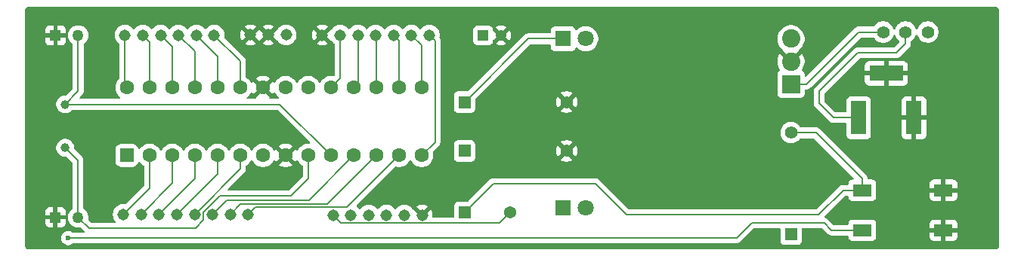
<source format=gtl>
G04 #@! TF.GenerationSoftware,KiCad,Pcbnew,9.0.3*
G04 #@! TF.CreationDate,2025-08-08T01:44:59-07:00*
G04 #@! TF.ProjectId,Untitled,556e7469-746c-4656-942e-6b696361645f,rev?*
G04 #@! TF.SameCoordinates,Original*
G04 #@! TF.FileFunction,Copper,L1,Top*
G04 #@! TF.FilePolarity,Positive*
%FSLAX46Y46*%
G04 Gerber Fmt 4.6, Leading zero omitted, Abs format (unit mm)*
G04 Created by KiCad (PCBNEW 9.0.3) date 2025-08-08 01:44:59*
%MOMM*%
%LPD*%
G01*
G04 APERTURE LIST*
G04 Aperture macros list*
%AMRoundRect*
0 Rectangle with rounded corners*
0 $1 Rounding radius*
0 $2 $3 $4 $5 $6 $7 $8 $9 X,Y pos of 4 corners*
0 Add a 4 corners polygon primitive as box body*
4,1,4,$2,$3,$4,$5,$6,$7,$8,$9,$2,$3,0*
0 Add four circle primitives for the rounded corners*
1,1,$1+$1,$2,$3*
1,1,$1+$1,$4,$5*
1,1,$1+$1,$6,$7*
1,1,$1+$1,$8,$9*
0 Add four rect primitives between the rounded corners*
20,1,$1+$1,$2,$3,$4,$5,0*
20,1,$1+$1,$4,$5,$6,$7,0*
20,1,$1+$1,$6,$7,$8,$9,0*
20,1,$1+$1,$8,$9,$2,$3,0*%
G04 Aperture macros list end*
G04 #@! TA.AperFunction,ComponentPad*
%ADD10R,1.750000X3.800000*%
G04 #@! TD*
G04 #@! TA.AperFunction,ComponentPad*
%ADD11R,3.800000X1.750000*%
G04 #@! TD*
G04 #@! TA.AperFunction,ComponentPad*
%ADD12C,1.600000*%
G04 #@! TD*
G04 #@! TA.AperFunction,ComponentPad*
%ADD13RoundRect,0.250000X0.550000X-0.550000X0.550000X0.550000X-0.550000X0.550000X-0.550000X-0.550000X0*%
G04 #@! TD*
G04 #@! TA.AperFunction,ComponentPad*
%ADD14C,1.308000*%
G04 #@! TD*
G04 #@! TA.AperFunction,ComponentPad*
%ADD15R,1.397000X1.397000*%
G04 #@! TD*
G04 #@! TA.AperFunction,ComponentPad*
%ADD16C,1.397000*%
G04 #@! TD*
G04 #@! TA.AperFunction,ComponentPad*
%ADD17R,1.371600X1.371600*%
G04 #@! TD*
G04 #@! TA.AperFunction,ComponentPad*
%ADD18C,1.371600*%
G04 #@! TD*
G04 #@! TA.AperFunction,SMDPad,CuDef*
%ADD19R,2.100000X1.400000*%
G04 #@! TD*
G04 #@! TA.AperFunction,ComponentPad*
%ADD20R,2.055000X2.055000*%
G04 #@! TD*
G04 #@! TA.AperFunction,ComponentPad*
%ADD21C,2.055000*%
G04 #@! TD*
G04 #@! TA.AperFunction,ComponentPad*
%ADD22C,1.007000*%
G04 #@! TD*
G04 #@! TA.AperFunction,ComponentPad*
%ADD23R,1.800000X1.800000*%
G04 #@! TD*
G04 #@! TA.AperFunction,ComponentPad*
%ADD24C,1.800000*%
G04 #@! TD*
G04 #@! TA.AperFunction,ComponentPad*
%ADD25R,1.270000X1.270000*%
G04 #@! TD*
G04 #@! TA.AperFunction,ComponentPad*
%ADD26C,1.270000*%
G04 #@! TD*
G04 #@! TA.AperFunction,ComponentPad*
%ADD27R,1.219200X1.219200*%
G04 #@! TD*
G04 #@! TA.AperFunction,ComponentPad*
%ADD28C,1.219200*%
G04 #@! TD*
G04 #@! TA.AperFunction,ViaPad*
%ADD29C,0.600000*%
G04 #@! TD*
G04 #@! TA.AperFunction,Conductor*
%ADD30C,0.200000*%
G04 #@! TD*
G04 #@! TA.AperFunction,Conductor*
%ADD31C,0.127000*%
G04 #@! TD*
G04 #@! TA.AperFunction,Conductor*
%ADD32C,0.150000*%
G04 #@! TD*
G04 APERTURE END LIST*
D10*
X183723000Y-103762000D03*
D11*
X186823001Y-98762000D03*
D10*
X189923000Y-103762000D03*
D12*
X101745000Y-100380000D03*
X104285000Y-100380000D03*
X106825000Y-100380000D03*
X109365000Y-100380000D03*
X111905000Y-100380000D03*
X114445000Y-100380000D03*
X116985000Y-100380000D03*
X119525000Y-100380000D03*
X122065000Y-100380000D03*
X124605000Y-100380000D03*
X127145000Y-100380000D03*
X129685000Y-100380000D03*
X132225000Y-100380000D03*
X134765000Y-100380000D03*
X134765000Y-108000000D03*
X132225000Y-108000000D03*
X129685000Y-108000000D03*
X127145000Y-108000000D03*
X124605000Y-108000000D03*
X122065000Y-108000000D03*
X119525000Y-108000000D03*
X116985000Y-108000000D03*
X114445000Y-108000000D03*
X111905000Y-108000000D03*
X109365000Y-108000000D03*
X106825000Y-108000000D03*
X104285000Y-108000000D03*
D13*
X101745000Y-108000000D03*
D14*
X135623000Y-94462000D03*
X133623000Y-94462000D03*
X131623000Y-94462000D03*
X129623000Y-94462000D03*
X127623000Y-94462000D03*
X125623000Y-94462000D03*
X123623000Y-94462000D03*
D15*
X139570000Y-107500000D03*
D16*
X151000000Y-107500000D03*
D15*
X139570000Y-102000000D03*
D16*
X151000000Y-102000000D03*
X186463000Y-94126000D03*
X188963000Y-94126000D03*
X191463000Y-94126000D03*
D17*
X139605000Y-114380000D03*
D18*
X144685000Y-114380000D03*
D19*
X184119000Y-111912000D03*
X184119000Y-116412000D03*
X193219000Y-111912000D03*
X193219000Y-116412000D03*
D20*
X176145000Y-99980000D03*
D21*
X176145000Y-97430000D03*
X176145000Y-94880000D03*
D22*
X94825000Y-102254000D03*
X94825000Y-107134000D03*
D23*
X150605000Y-94880000D03*
D24*
X153145000Y-94880000D03*
D14*
X124825000Y-114700000D03*
X126825000Y-114700000D03*
X128825000Y-114700000D03*
X130825000Y-114700000D03*
X132825000Y-114700000D03*
X134825000Y-114700000D03*
D25*
X93745000Y-94500000D03*
D26*
X96285000Y-94500000D03*
D25*
X93730000Y-114954000D03*
D26*
X96270000Y-114954000D03*
D14*
X115579750Y-94443750D03*
X117579750Y-94443750D03*
X119579750Y-94443750D03*
D23*
X150605000Y-113880000D03*
D24*
X153145000Y-113880000D03*
D14*
X101325000Y-114634000D03*
X103325000Y-114634000D03*
X105325000Y-114634000D03*
X107325000Y-114634000D03*
X109325000Y-114634000D03*
X111325000Y-114634000D03*
X113325000Y-114634000D03*
X115325000Y-114634000D03*
X111523000Y-94462000D03*
X109523000Y-94462000D03*
X107523000Y-94462000D03*
X105523000Y-94462000D03*
X103523000Y-94462000D03*
X101523000Y-94462000D03*
D27*
X141638400Y-94500000D03*
D28*
X143645000Y-94500000D03*
D15*
X176145000Y-116877000D03*
D16*
X176145000Y-105447000D03*
D29*
X95173000Y-117287000D03*
D30*
X183723000Y-103762000D02*
X180898000Y-103762000D01*
X180898000Y-103762000D02*
X179298000Y-102162000D01*
X188963000Y-94126000D02*
X188963000Y-95447000D01*
X188963000Y-95447000D02*
X187948000Y-96462000D01*
X183623000Y-96462000D02*
X179298000Y-100787000D01*
X187948000Y-96462000D02*
X183623000Y-96462000D01*
X179298000Y-100787000D02*
X179298000Y-102162000D01*
X183828000Y-103442000D02*
X183848000Y-103462000D01*
X101523000Y-94462000D02*
X101523000Y-100158000D01*
X101523000Y-100158000D02*
X101745000Y-100380000D01*
D31*
X127623000Y-94462000D02*
X127623000Y-99902000D01*
X127623000Y-99902000D02*
X127145000Y-100380000D01*
X129685000Y-100380000D02*
X129685000Y-94524000D01*
X129685000Y-94524000D02*
X129623000Y-94462000D01*
X129623000Y-100318000D02*
X129685000Y-100380000D01*
D30*
X131623000Y-94462000D02*
X132225000Y-95064000D01*
X132225000Y-95064000D02*
X132225000Y-100380000D01*
X132223000Y-100378000D02*
X132225000Y-100380000D01*
X117579750Y-99785250D02*
X116985000Y-100380000D01*
D32*
X95198000Y-117262000D02*
X170073000Y-117262000D01*
D30*
X176160000Y-105462000D02*
X176145000Y-105447000D01*
X178948000Y-105462000D02*
X176160000Y-105462000D01*
X184119000Y-111912000D02*
X184119000Y-110633000D01*
X184119000Y-110633000D02*
X178948000Y-105462000D01*
D32*
X179873000Y-115587000D02*
X180698000Y-116412000D01*
X171748000Y-115587000D02*
X179873000Y-115587000D01*
X170073000Y-117262000D02*
X171748000Y-115587000D01*
X180698000Y-116412000D02*
X184119000Y-116412000D01*
X95173000Y-117287000D02*
X95198000Y-117262000D01*
D30*
X110323000Y-114388663D02*
X112149663Y-112562000D01*
X96270000Y-108579000D02*
X96270000Y-114954000D01*
X112149663Y-112562000D02*
X120123000Y-112562000D01*
X94825000Y-107134000D02*
X96270000Y-108579000D01*
X97478000Y-116162000D02*
X109423000Y-116162000D01*
X122065000Y-110620000D02*
X122065000Y-108000000D01*
X96270000Y-114954000D02*
X97478000Y-116162000D01*
X120123000Y-112562000D02*
X122065000Y-110620000D01*
X110323000Y-115262000D02*
X110323000Y-114388663D01*
X109423000Y-116162000D02*
X110323000Y-115262000D01*
X118859000Y-102254000D02*
X124605000Y-108000000D01*
X94825000Y-102254000D02*
X118859000Y-102254000D01*
X96285000Y-100794000D02*
X96285000Y-94500000D01*
X94825000Y-102254000D02*
X96285000Y-100794000D01*
X150605000Y-94880000D02*
X146690000Y-94880000D01*
X146690000Y-94880000D02*
X139570000Y-102000000D01*
X125623000Y-99362000D02*
X124605000Y-100380000D01*
X125623000Y-94462000D02*
X125623000Y-99362000D01*
X177855000Y-99980000D02*
X183709000Y-94126000D01*
X176145000Y-99980000D02*
X177855000Y-99980000D01*
X183709000Y-94126000D02*
X186463000Y-94126000D01*
X106825000Y-111134000D02*
X106825000Y-108000000D01*
X103325000Y-114634000D02*
X106825000Y-111134000D01*
X101325000Y-114634000D02*
X104285000Y-111674000D01*
X104285000Y-111674000D02*
X104285000Y-108000000D01*
X107325000Y-114634000D02*
X111905000Y-110054000D01*
X111905000Y-110054000D02*
X111905000Y-108000000D01*
X111325000Y-114634000D02*
X112947000Y-113012000D01*
X112947000Y-113012000D02*
X122133000Y-113012000D01*
X122133000Y-113012000D02*
X127145000Y-108000000D01*
X109365000Y-110594000D02*
X109365000Y-108000000D01*
X105325000Y-114634000D02*
X109365000Y-110594000D01*
X114445000Y-109514000D02*
X114445000Y-108000000D01*
X109325000Y-114634000D02*
X114445000Y-109514000D01*
X116141000Y-113818000D02*
X126407000Y-113818000D01*
X126407000Y-113818000D02*
X132225000Y-108000000D01*
X115325000Y-114634000D02*
X116141000Y-113818000D01*
X114469000Y-113490000D02*
X124195000Y-113490000D01*
X113325000Y-114634000D02*
X114469000Y-113490000D01*
X124195000Y-113490000D02*
X129685000Y-108000000D01*
X133623000Y-94462000D02*
X134765000Y-95604000D01*
X134765000Y-95604000D02*
X134765000Y-100380000D01*
X135623000Y-94462000D02*
X136277000Y-95116000D01*
X136277000Y-95116000D02*
X136277000Y-106488000D01*
X136277000Y-106488000D02*
X134765000Y-108000000D01*
X103523000Y-94462000D02*
X104285000Y-95224000D01*
X104285000Y-95224000D02*
X104285000Y-100380000D01*
X111905000Y-96844000D02*
X111905000Y-100380000D01*
X109523000Y-94462000D02*
X111905000Y-96844000D01*
X111523000Y-94462000D02*
X114445000Y-97384000D01*
X114445000Y-97384000D02*
X114445000Y-100380000D01*
X106825000Y-95764000D02*
X106825000Y-100380000D01*
X105523000Y-94462000D02*
X106825000Y-95764000D01*
X109365000Y-96304000D02*
X109365000Y-100380000D01*
X107523000Y-94462000D02*
X109365000Y-96304000D01*
X125707000Y-115582000D02*
X124825000Y-114700000D01*
X143483000Y-115582000D02*
X125707000Y-115582000D01*
X144685000Y-114380000D02*
X143483000Y-115582000D01*
X139605000Y-114380000D02*
X142823000Y-111162000D01*
X157713164Y-114662000D02*
X179248000Y-114662000D01*
X142823000Y-111162000D02*
X154213164Y-111162000D01*
X154213164Y-111162000D02*
X157713164Y-114662000D01*
X181998000Y-111912000D02*
X184119000Y-111912000D01*
X179248000Y-114662000D02*
X181998000Y-111912000D01*
G04 #@! TA.AperFunction,Conductor*
G36*
X119125000Y-108052661D02*
G01*
X119152259Y-108154394D01*
X119204920Y-108245606D01*
X119279394Y-108320080D01*
X119370606Y-108372741D01*
X119472339Y-108400000D01*
X119478553Y-108400000D01*
X118799076Y-109079474D01*
X118843650Y-109111859D01*
X119025968Y-109204755D01*
X119220582Y-109267990D01*
X119422683Y-109300000D01*
X119627317Y-109300000D01*
X119829417Y-109267990D01*
X120024031Y-109204755D01*
X120206349Y-109111859D01*
X120250921Y-109079474D01*
X119571447Y-108400000D01*
X119577661Y-108400000D01*
X119679394Y-108372741D01*
X119770606Y-108320080D01*
X119845080Y-108245606D01*
X119897741Y-108154394D01*
X119925000Y-108052661D01*
X119925000Y-108046447D01*
X120604474Y-108725921D01*
X120636861Y-108681347D01*
X120636861Y-108681346D01*
X120684234Y-108588371D01*
X120732208Y-108537575D01*
X120800028Y-108520779D01*
X120866164Y-108543316D01*
X120905203Y-108588369D01*
X120952713Y-108681611D01*
X121073028Y-108847213D01*
X121073034Y-108847219D01*
X121217781Y-108991966D01*
X121383390Y-109112287D01*
X121396793Y-109119116D01*
X121447589Y-109167088D01*
X121464500Y-109229601D01*
X121464500Y-110319902D01*
X121444815Y-110386941D01*
X121428181Y-110407583D01*
X119910584Y-111925181D01*
X119849261Y-111958666D01*
X119822903Y-111961500D01*
X113146097Y-111961500D01*
X113079058Y-111941815D01*
X113033303Y-111889011D01*
X113023359Y-111819853D01*
X113052384Y-111756297D01*
X113058416Y-111749819D01*
X113455812Y-111352423D01*
X114803506Y-110004727D01*
X114803511Y-110004724D01*
X114813714Y-109994520D01*
X114813716Y-109994520D01*
X114925520Y-109882716D01*
X115004577Y-109745784D01*
X115045500Y-109593057D01*
X115045500Y-109229601D01*
X115065185Y-109162562D01*
X115113206Y-109119116D01*
X115126610Y-109112287D01*
X115292219Y-108991966D01*
X115436966Y-108847219D01*
X115436968Y-108847215D01*
X115436971Y-108847213D01*
X115557284Y-108681614D01*
X115557286Y-108681611D01*
X115557287Y-108681610D01*
X115604516Y-108588917D01*
X115652489Y-108538123D01*
X115720310Y-108521328D01*
X115786445Y-108543865D01*
X115825483Y-108588917D01*
X115852682Y-108642297D01*
X115872715Y-108681614D01*
X115993028Y-108847213D01*
X116137786Y-108991971D01*
X116258226Y-109079474D01*
X116303390Y-109112287D01*
X116384499Y-109153614D01*
X116485776Y-109205218D01*
X116485778Y-109205218D01*
X116485781Y-109205220D01*
X116576856Y-109234812D01*
X116680465Y-109268477D01*
X116781557Y-109284488D01*
X116882648Y-109300500D01*
X116882649Y-109300500D01*
X117087351Y-109300500D01*
X117087352Y-109300500D01*
X117289534Y-109268477D01*
X117484219Y-109205220D01*
X117666610Y-109112287D01*
X117795482Y-109018657D01*
X117832213Y-108991971D01*
X117832215Y-108991968D01*
X117832219Y-108991966D01*
X117976966Y-108847219D01*
X117976968Y-108847215D01*
X117976971Y-108847213D01*
X118081894Y-108702797D01*
X118097287Y-108681610D01*
X118144795Y-108588369D01*
X118192769Y-108537573D01*
X118260590Y-108520778D01*
X118326725Y-108543315D01*
X118365765Y-108588369D01*
X118413141Y-108681350D01*
X118413147Y-108681359D01*
X118445523Y-108725921D01*
X118445524Y-108725922D01*
X119125000Y-108046446D01*
X119125000Y-108052661D01*
G37*
G04 #@! TD.AperFunction*
G04 #@! TA.AperFunction,Conductor*
G36*
X116585000Y-100432661D02*
G01*
X116612259Y-100534394D01*
X116664920Y-100625606D01*
X116739394Y-100700080D01*
X116830606Y-100752741D01*
X116932339Y-100780000D01*
X116938553Y-100780000D01*
X116259076Y-101459474D01*
X116263562Y-101516463D01*
X116262797Y-101516523D01*
X116266027Y-101554126D01*
X116233421Y-101615921D01*
X116172582Y-101650278D01*
X116144497Y-101653500D01*
X115286353Y-101653500D01*
X115219314Y-101633815D01*
X115173559Y-101581011D01*
X115163615Y-101511853D01*
X115192640Y-101448297D01*
X115213465Y-101429183D01*
X115292219Y-101371966D01*
X115436966Y-101227219D01*
X115436968Y-101227215D01*
X115436971Y-101227213D01*
X115557286Y-101061611D01*
X115557415Y-101061359D01*
X115604795Y-100968369D01*
X115652769Y-100917573D01*
X115720590Y-100900778D01*
X115786725Y-100923315D01*
X115825765Y-100968369D01*
X115873141Y-101061350D01*
X115873147Y-101061359D01*
X115905523Y-101105921D01*
X115905524Y-101105922D01*
X116585000Y-100426446D01*
X116585000Y-100432661D01*
G37*
G04 #@! TD.AperFunction*
G04 #@! TA.AperFunction,Conductor*
G36*
X118064474Y-101105921D02*
G01*
X118096861Y-101061347D01*
X118096861Y-101061346D01*
X118144234Y-100968371D01*
X118192208Y-100917575D01*
X118260028Y-100900779D01*
X118326164Y-100923316D01*
X118365203Y-100968369D01*
X118412713Y-101061611D01*
X118533028Y-101227213D01*
X118533034Y-101227219D01*
X118677781Y-101371966D01*
X118756532Y-101429182D01*
X118799198Y-101484511D01*
X118805177Y-101554124D01*
X118772572Y-101615920D01*
X118711734Y-101650277D01*
X118683647Y-101653500D01*
X117825501Y-101653500D01*
X117758462Y-101633815D01*
X117712707Y-101581011D01*
X117702763Y-101511853D01*
X117707640Y-101501173D01*
X117710921Y-101459474D01*
X117031447Y-100780000D01*
X117037661Y-100780000D01*
X117139394Y-100752741D01*
X117230606Y-100700080D01*
X117305080Y-100625606D01*
X117357741Y-100534394D01*
X117385000Y-100432661D01*
X117385000Y-100426447D01*
X118064474Y-101105921D01*
G37*
G04 #@! TD.AperFunction*
G04 #@! TA.AperFunction,Conductor*
G36*
X199162630Y-91318025D02*
G01*
X199216886Y-91326618D01*
X199253777Y-91338605D01*
X199293910Y-91359054D01*
X199325296Y-91381858D01*
X199357141Y-91413703D01*
X199379945Y-91445089D01*
X199400394Y-91485222D01*
X199412382Y-91522118D01*
X199420973Y-91576357D01*
X199422500Y-91595756D01*
X199422500Y-118246243D01*
X199420973Y-118265640D01*
X199420973Y-118265642D01*
X199412382Y-118319881D01*
X199400394Y-118356777D01*
X199379945Y-118396910D01*
X199357141Y-118428296D01*
X199325296Y-118460141D01*
X199293910Y-118482945D01*
X199253777Y-118503394D01*
X199216881Y-118515382D01*
X199173732Y-118522216D01*
X199162640Y-118523973D01*
X199143243Y-118525500D01*
X90634757Y-118525500D01*
X90615359Y-118523973D01*
X90561119Y-118515382D01*
X90524222Y-118503394D01*
X90484089Y-118482945D01*
X90452703Y-118460141D01*
X90420858Y-118428296D01*
X90398054Y-118396910D01*
X90377605Y-118356777D01*
X90365618Y-118319886D01*
X90357025Y-118265630D01*
X90355500Y-118246243D01*
X90355500Y-114271155D01*
X92595000Y-114271155D01*
X92595000Y-114704000D01*
X93441184Y-114704000D01*
X93425124Y-114720060D01*
X93374964Y-114806939D01*
X93349000Y-114903840D01*
X93349000Y-115004160D01*
X93374964Y-115101061D01*
X93425124Y-115187940D01*
X93441184Y-115204000D01*
X92595000Y-115204000D01*
X92595000Y-115636844D01*
X92601401Y-115696372D01*
X92601403Y-115696379D01*
X92651645Y-115831086D01*
X92651649Y-115831093D01*
X92737809Y-115946187D01*
X92737812Y-115946190D01*
X92852906Y-116032350D01*
X92852913Y-116032354D01*
X92987620Y-116082596D01*
X92987627Y-116082598D01*
X93047155Y-116088999D01*
X93047172Y-116089000D01*
X93480000Y-116089000D01*
X93480000Y-115242816D01*
X93496060Y-115258876D01*
X93582939Y-115309036D01*
X93679840Y-115335000D01*
X93780160Y-115335000D01*
X93877061Y-115309036D01*
X93963940Y-115258876D01*
X93980000Y-115242816D01*
X93980000Y-116089000D01*
X94412828Y-116089000D01*
X94412844Y-116088999D01*
X94472372Y-116082598D01*
X94472379Y-116082596D01*
X94607086Y-116032354D01*
X94607093Y-116032350D01*
X94722187Y-115946190D01*
X94722190Y-115946187D01*
X94808350Y-115831093D01*
X94808354Y-115831086D01*
X94858596Y-115696379D01*
X94858598Y-115696372D01*
X94864999Y-115636844D01*
X94865000Y-115636827D01*
X94865000Y-115204000D01*
X94018816Y-115204000D01*
X94034876Y-115187940D01*
X94085036Y-115101061D01*
X94111000Y-115004160D01*
X94111000Y-114903840D01*
X94085036Y-114806939D01*
X94034876Y-114720060D01*
X94018816Y-114704000D01*
X94865000Y-114704000D01*
X94865000Y-114271172D01*
X94864999Y-114271155D01*
X94858598Y-114211627D01*
X94858596Y-114211620D01*
X94808354Y-114076913D01*
X94808350Y-114076906D01*
X94722190Y-113961812D01*
X94722187Y-113961809D01*
X94607093Y-113875649D01*
X94607086Y-113875645D01*
X94472379Y-113825403D01*
X94472372Y-113825401D01*
X94412844Y-113819000D01*
X93980000Y-113819000D01*
X93980000Y-114665184D01*
X93963940Y-114649124D01*
X93877061Y-114598964D01*
X93780160Y-114573000D01*
X93679840Y-114573000D01*
X93582939Y-114598964D01*
X93496060Y-114649124D01*
X93480000Y-114665184D01*
X93480000Y-113819000D01*
X93047155Y-113819000D01*
X92987627Y-113825401D01*
X92987620Y-113825403D01*
X92852913Y-113875645D01*
X92852906Y-113875649D01*
X92737812Y-113961809D01*
X92737809Y-113961812D01*
X92651649Y-114076906D01*
X92651645Y-114076913D01*
X92601403Y-114211620D01*
X92601401Y-114211627D01*
X92595000Y-114271155D01*
X90355500Y-114271155D01*
X90355500Y-102155110D01*
X93821000Y-102155110D01*
X93821000Y-102352889D01*
X93859581Y-102546848D01*
X93859583Y-102546856D01*
X93935267Y-102729573D01*
X94045140Y-102894011D01*
X94045146Y-102894018D01*
X94184981Y-103033853D01*
X94184988Y-103033859D01*
X94349426Y-103143732D01*
X94349427Y-103143732D01*
X94349428Y-103143733D01*
X94532144Y-103219417D01*
X94726110Y-103257999D01*
X94726114Y-103258000D01*
X94726115Y-103258000D01*
X94923886Y-103258000D01*
X94923887Y-103257999D01*
X95117856Y-103219417D01*
X95300572Y-103143733D01*
X95465013Y-103033858D01*
X95492063Y-103006808D01*
X95608053Y-102890819D01*
X95669376Y-102857334D01*
X95695734Y-102854500D01*
X118558903Y-102854500D01*
X118625942Y-102874185D01*
X118646584Y-102890819D01*
X122243584Y-106487819D01*
X122277069Y-106549142D01*
X122272085Y-106618834D01*
X122230213Y-106674767D01*
X122164749Y-106699184D01*
X122155903Y-106699500D01*
X121962648Y-106699500D01*
X121938329Y-106703351D01*
X121760465Y-106731522D01*
X121565776Y-106794781D01*
X121383386Y-106887715D01*
X121217786Y-107008028D01*
X121073028Y-107152786D01*
X120952713Y-107318388D01*
X120905203Y-107411630D01*
X120857228Y-107462426D01*
X120789407Y-107479220D01*
X120723272Y-107456682D01*
X120684234Y-107411628D01*
X120636861Y-107318652D01*
X120604474Y-107274077D01*
X120604474Y-107274076D01*
X119925000Y-107953551D01*
X119925000Y-107947339D01*
X119897741Y-107845606D01*
X119845080Y-107754394D01*
X119770606Y-107679920D01*
X119679394Y-107627259D01*
X119577661Y-107600000D01*
X119571446Y-107600000D01*
X120250922Y-106920524D01*
X120250921Y-106920523D01*
X120206359Y-106888147D01*
X120206350Y-106888141D01*
X120024031Y-106795244D01*
X119829417Y-106732009D01*
X119627317Y-106700000D01*
X119422683Y-106700000D01*
X119220582Y-106732009D01*
X119025968Y-106795244D01*
X118843644Y-106888143D01*
X118799077Y-106920523D01*
X118799077Y-106920524D01*
X119478554Y-107600000D01*
X119472339Y-107600000D01*
X119370606Y-107627259D01*
X119279394Y-107679920D01*
X119204920Y-107754394D01*
X119152259Y-107845606D01*
X119125000Y-107947339D01*
X119125000Y-107953553D01*
X118445524Y-107274077D01*
X118445523Y-107274077D01*
X118413143Y-107318644D01*
X118365765Y-107411630D01*
X118317790Y-107462426D01*
X118249969Y-107479221D01*
X118183834Y-107456683D01*
X118144795Y-107411630D01*
X118144515Y-107411080D01*
X118097287Y-107318390D01*
X118097285Y-107318387D01*
X118097284Y-107318385D01*
X117976971Y-107152786D01*
X117832213Y-107008028D01*
X117666613Y-106887715D01*
X117666612Y-106887714D01*
X117666610Y-106887713D01*
X117586202Y-106846743D01*
X117484223Y-106794781D01*
X117289534Y-106731522D01*
X117114995Y-106703878D01*
X117087352Y-106699500D01*
X116882648Y-106699500D01*
X116858329Y-106703351D01*
X116680465Y-106731522D01*
X116485776Y-106794781D01*
X116303386Y-106887715D01*
X116137786Y-107008028D01*
X115993028Y-107152786D01*
X115872715Y-107318386D01*
X115825485Y-107411080D01*
X115777510Y-107461876D01*
X115709689Y-107478671D01*
X115643554Y-107456134D01*
X115604515Y-107411080D01*
X115603883Y-107409840D01*
X115557287Y-107318390D01*
X115525092Y-107274077D01*
X115436971Y-107152786D01*
X115292213Y-107008028D01*
X115126613Y-106887715D01*
X115126612Y-106887714D01*
X115126610Y-106887713D01*
X115046202Y-106846743D01*
X114944223Y-106794781D01*
X114749534Y-106731522D01*
X114574995Y-106703878D01*
X114547352Y-106699500D01*
X114342648Y-106699500D01*
X114318329Y-106703351D01*
X114140465Y-106731522D01*
X113945776Y-106794781D01*
X113763386Y-106887715D01*
X113597786Y-107008028D01*
X113453028Y-107152786D01*
X113332715Y-107318386D01*
X113285485Y-107411080D01*
X113237510Y-107461876D01*
X113169689Y-107478671D01*
X113103554Y-107456134D01*
X113064515Y-107411080D01*
X113063883Y-107409840D01*
X113017287Y-107318390D01*
X112985092Y-107274077D01*
X112896971Y-107152786D01*
X112752213Y-107008028D01*
X112586613Y-106887715D01*
X112586612Y-106887714D01*
X112586610Y-106887713D01*
X112506202Y-106846743D01*
X112404223Y-106794781D01*
X112209534Y-106731522D01*
X112034995Y-106703878D01*
X112007352Y-106699500D01*
X111802648Y-106699500D01*
X111778329Y-106703351D01*
X111600465Y-106731522D01*
X111405776Y-106794781D01*
X111223386Y-106887715D01*
X111057786Y-107008028D01*
X110913028Y-107152786D01*
X110792715Y-107318386D01*
X110745485Y-107411080D01*
X110697510Y-107461876D01*
X110629689Y-107478671D01*
X110563554Y-107456134D01*
X110524515Y-107411080D01*
X110523883Y-107409840D01*
X110477287Y-107318390D01*
X110445092Y-107274077D01*
X110356971Y-107152786D01*
X110212213Y-107008028D01*
X110046613Y-106887715D01*
X110046612Y-106887714D01*
X110046610Y-106887713D01*
X109966202Y-106846743D01*
X109864223Y-106794781D01*
X109669534Y-106731522D01*
X109494995Y-106703878D01*
X109467352Y-106699500D01*
X109262648Y-106699500D01*
X109238329Y-106703351D01*
X109060465Y-106731522D01*
X108865776Y-106794781D01*
X108683386Y-106887715D01*
X108517786Y-107008028D01*
X108373028Y-107152786D01*
X108252715Y-107318386D01*
X108205485Y-107411080D01*
X108157510Y-107461876D01*
X108089689Y-107478671D01*
X108023554Y-107456134D01*
X107984515Y-107411080D01*
X107983883Y-107409840D01*
X107937287Y-107318390D01*
X107905092Y-107274077D01*
X107816971Y-107152786D01*
X107672213Y-107008028D01*
X107506613Y-106887715D01*
X107506612Y-106887714D01*
X107506610Y-106887713D01*
X107426202Y-106846743D01*
X107324223Y-106794781D01*
X107129534Y-106731522D01*
X106954995Y-106703878D01*
X106927352Y-106699500D01*
X106722648Y-106699500D01*
X106698329Y-106703351D01*
X106520465Y-106731522D01*
X106325776Y-106794781D01*
X106143386Y-106887715D01*
X105977786Y-107008028D01*
X105833028Y-107152786D01*
X105712715Y-107318386D01*
X105665485Y-107411080D01*
X105617510Y-107461876D01*
X105549689Y-107478671D01*
X105483554Y-107456134D01*
X105444515Y-107411080D01*
X105443883Y-107409840D01*
X105397287Y-107318390D01*
X105365092Y-107274077D01*
X105276971Y-107152786D01*
X105132213Y-107008028D01*
X104966613Y-106887715D01*
X104966612Y-106887714D01*
X104966610Y-106887713D01*
X104886202Y-106846743D01*
X104784223Y-106794781D01*
X104589534Y-106731522D01*
X104414995Y-106703878D01*
X104387352Y-106699500D01*
X104182648Y-106699500D01*
X104158329Y-106703351D01*
X103980465Y-106731522D01*
X103785776Y-106794781D01*
X103603386Y-106887715D01*
X103437786Y-107008028D01*
X103293032Y-107152782D01*
X103293028Y-107152787D01*
X103224978Y-107246451D01*
X103169648Y-107289117D01*
X103100035Y-107295096D01*
X103038240Y-107262490D01*
X103006954Y-107212570D01*
X102987144Y-107152787D01*
X102979814Y-107130666D01*
X102887712Y-106981344D01*
X102763656Y-106857288D01*
X102614334Y-106765186D01*
X102447797Y-106710001D01*
X102447795Y-106710000D01*
X102345010Y-106699500D01*
X101144998Y-106699500D01*
X101144981Y-106699501D01*
X101042203Y-106710000D01*
X101042200Y-106710001D01*
X100875668Y-106765185D01*
X100875663Y-106765187D01*
X100726342Y-106857289D01*
X100602289Y-106981342D01*
X100510187Y-107130663D01*
X100510186Y-107130666D01*
X100455001Y-107297203D01*
X100455001Y-107297204D01*
X100455000Y-107297204D01*
X100444500Y-107399983D01*
X100444500Y-108600001D01*
X100444501Y-108600018D01*
X100455000Y-108702796D01*
X100455001Y-108702799D01*
X100471818Y-108753548D01*
X100510186Y-108869334D01*
X100602288Y-109018656D01*
X100726344Y-109142712D01*
X100875666Y-109234814D01*
X101042203Y-109289999D01*
X101144991Y-109300500D01*
X102345008Y-109300499D01*
X102447797Y-109289999D01*
X102614334Y-109234814D01*
X102763656Y-109142712D01*
X102887712Y-109018656D01*
X102979814Y-108869334D01*
X103006955Y-108787427D01*
X103046726Y-108729984D01*
X103111242Y-108703161D01*
X103180018Y-108715476D01*
X103224977Y-108753547D01*
X103293034Y-108847219D01*
X103437781Y-108991966D01*
X103603390Y-109112287D01*
X103616793Y-109119116D01*
X103667589Y-109167088D01*
X103684500Y-109229601D01*
X103684500Y-111373902D01*
X103664815Y-111440941D01*
X103648181Y-111461583D01*
X101645624Y-113464139D01*
X101584301Y-113497624D01*
X101538545Y-113498931D01*
X101445888Y-113484255D01*
X101415861Y-113479500D01*
X101234139Y-113479500D01*
X101174310Y-113488976D01*
X101054652Y-113507928D01*
X101054649Y-113507928D01*
X100881828Y-113564081D01*
X100881825Y-113564083D01*
X100719909Y-113646583D01*
X100660865Y-113689482D01*
X100572894Y-113753397D01*
X100572892Y-113753399D01*
X100572891Y-113753399D01*
X100444399Y-113881891D01*
X100444399Y-113881892D01*
X100444397Y-113881894D01*
X100413355Y-113924619D01*
X100337583Y-114028909D01*
X100255083Y-114190825D01*
X100255081Y-114190828D01*
X100198928Y-114363649D01*
X100198928Y-114363652D01*
X100170500Y-114543139D01*
X100170500Y-114724860D01*
X100198928Y-114904347D01*
X100198928Y-114904350D01*
X100255081Y-115077171D01*
X100255083Y-115077174D01*
X100337583Y-115239090D01*
X100428783Y-115364616D01*
X100452263Y-115430420D01*
X100436438Y-115498474D01*
X100386333Y-115547169D01*
X100328465Y-115561500D01*
X97778097Y-115561500D01*
X97711058Y-115541815D01*
X97690416Y-115525181D01*
X97423253Y-115258018D01*
X97389768Y-115196695D01*
X97388461Y-115150943D01*
X97405500Y-115043366D01*
X97405500Y-114864634D01*
X97377540Y-114688103D01*
X97377539Y-114688099D01*
X97377539Y-114688098D01*
X97322310Y-114518121D01*
X97322308Y-114518118D01*
X97308486Y-114490989D01*
X97241167Y-114358868D01*
X97136111Y-114214272D01*
X97009728Y-114087889D01*
X96921613Y-114023869D01*
X96878948Y-113968539D01*
X96870500Y-113923552D01*
X96870500Y-108668060D01*
X96870501Y-108668047D01*
X96870501Y-108499944D01*
X96864879Y-108478962D01*
X96829577Y-108347216D01*
X96813910Y-108320080D01*
X96750524Y-108210290D01*
X96750518Y-108210282D01*
X95865319Y-107325083D01*
X95831834Y-107263760D01*
X95829000Y-107237402D01*
X95829000Y-107035114D01*
X95828999Y-107035110D01*
X95815754Y-106968521D01*
X95790417Y-106841144D01*
X95714733Y-106658428D01*
X95688277Y-106618834D01*
X95604859Y-106493988D01*
X95604853Y-106493981D01*
X95465018Y-106354146D01*
X95465011Y-106354140D01*
X95300573Y-106244267D01*
X95117856Y-106168583D01*
X95117848Y-106168581D01*
X94923889Y-106130000D01*
X94923885Y-106130000D01*
X94726115Y-106130000D01*
X94726110Y-106130000D01*
X94532151Y-106168581D01*
X94532143Y-106168583D01*
X94349426Y-106244267D01*
X94184988Y-106354140D01*
X94184981Y-106354146D01*
X94045146Y-106493981D01*
X94045140Y-106493988D01*
X93935267Y-106658426D01*
X93859583Y-106841143D01*
X93859581Y-106841151D01*
X93821000Y-107035110D01*
X93821000Y-107232889D01*
X93859581Y-107426848D01*
X93859583Y-107426856D01*
X93935267Y-107609573D01*
X94045140Y-107774011D01*
X94045146Y-107774018D01*
X94184981Y-107913853D01*
X94184988Y-107913859D01*
X94349426Y-108023732D01*
X94349427Y-108023732D01*
X94349428Y-108023733D01*
X94532144Y-108099417D01*
X94726110Y-108137999D01*
X94726114Y-108138000D01*
X94928402Y-108138000D01*
X94995441Y-108157685D01*
X95016083Y-108174319D01*
X95633181Y-108791416D01*
X95666666Y-108852739D01*
X95669500Y-108879097D01*
X95669500Y-113923552D01*
X95649815Y-113990591D01*
X95618386Y-114023869D01*
X95613724Y-114027257D01*
X95530270Y-114087890D01*
X95403890Y-114214270D01*
X95298833Y-114358867D01*
X95217691Y-114518118D01*
X95217689Y-114518121D01*
X95162460Y-114688098D01*
X95162460Y-114688101D01*
X95134500Y-114864634D01*
X95134500Y-115043365D01*
X95162460Y-115219898D01*
X95162460Y-115219901D01*
X95217689Y-115389878D01*
X95217691Y-115389881D01*
X95298833Y-115549132D01*
X95403889Y-115693728D01*
X95530272Y-115820111D01*
X95674868Y-115925167D01*
X95834119Y-116006309D01*
X95834121Y-116006310D01*
X95914265Y-116032350D01*
X96004103Y-116061540D01*
X96180634Y-116089500D01*
X96180635Y-116089500D01*
X96359364Y-116089500D01*
X96359366Y-116089500D01*
X96466941Y-116072461D01*
X96536232Y-116081415D01*
X96574018Y-116107253D01*
X96941584Y-116474819D01*
X96975069Y-116536142D01*
X96970085Y-116605834D01*
X96928213Y-116661767D01*
X96862749Y-116686184D01*
X96853903Y-116686500D01*
X95752766Y-116686500D01*
X95685727Y-116666815D01*
X95683875Y-116665602D01*
X95552185Y-116577609D01*
X95552172Y-116577602D01*
X95406501Y-116517264D01*
X95406489Y-116517261D01*
X95251845Y-116486500D01*
X95251842Y-116486500D01*
X95094158Y-116486500D01*
X95094155Y-116486500D01*
X94939510Y-116517261D01*
X94939498Y-116517264D01*
X94793827Y-116577602D01*
X94793814Y-116577609D01*
X94662711Y-116665210D01*
X94662707Y-116665213D01*
X94551213Y-116776707D01*
X94551210Y-116776711D01*
X94463609Y-116907814D01*
X94463602Y-116907827D01*
X94403264Y-117053498D01*
X94403261Y-117053510D01*
X94372500Y-117208153D01*
X94372500Y-117365846D01*
X94403261Y-117520489D01*
X94403264Y-117520501D01*
X94463602Y-117666172D01*
X94463609Y-117666185D01*
X94551210Y-117797288D01*
X94551213Y-117797292D01*
X94662707Y-117908786D01*
X94662711Y-117908789D01*
X94793814Y-117996390D01*
X94793827Y-117996397D01*
X94939498Y-118056735D01*
X94939503Y-118056737D01*
X95094153Y-118087499D01*
X95094156Y-118087500D01*
X95094158Y-118087500D01*
X95251844Y-118087500D01*
X95251845Y-118087499D01*
X95406497Y-118056737D01*
X95552179Y-117996394D01*
X95683289Y-117908789D01*
X95718258Y-117873820D01*
X95779580Y-117840334D01*
X95805940Y-117837500D01*
X170148764Y-117837500D01*
X170148766Y-117837500D01*
X170295135Y-117798281D01*
X170426365Y-117722515D01*
X171950061Y-116198819D01*
X172011384Y-116165334D01*
X172037742Y-116162500D01*
X174822000Y-116162500D01*
X174889039Y-116182185D01*
X174934794Y-116234989D01*
X174946000Y-116286500D01*
X174946000Y-117623370D01*
X174946001Y-117623376D01*
X174952408Y-117682983D01*
X175002702Y-117817828D01*
X175002706Y-117817835D01*
X175088952Y-117933044D01*
X175088955Y-117933047D01*
X175204164Y-118019293D01*
X175204171Y-118019297D01*
X175339017Y-118069591D01*
X175339016Y-118069591D01*
X175345944Y-118070335D01*
X175398627Y-118076000D01*
X176891372Y-118075999D01*
X176950983Y-118069591D01*
X177085831Y-118019296D01*
X177201046Y-117933046D01*
X177287296Y-117817831D01*
X177337591Y-117682983D01*
X177344000Y-117623373D01*
X177343999Y-116286499D01*
X177363684Y-116219461D01*
X177416487Y-116173706D01*
X177467999Y-116162500D01*
X179583258Y-116162500D01*
X179650297Y-116182185D01*
X179670939Y-116198819D01*
X180233144Y-116761023D01*
X180233154Y-116761034D01*
X180237484Y-116765364D01*
X180237485Y-116765365D01*
X180344635Y-116872515D01*
X180475865Y-116948281D01*
X180622233Y-116987500D01*
X180622234Y-116987500D01*
X182444501Y-116987500D01*
X182511540Y-117007185D01*
X182557295Y-117059989D01*
X182568501Y-117111500D01*
X182568501Y-117159876D01*
X182574908Y-117219483D01*
X182625202Y-117354328D01*
X182625206Y-117354335D01*
X182711452Y-117469544D01*
X182711455Y-117469547D01*
X182826664Y-117555793D01*
X182826671Y-117555797D01*
X182961517Y-117606091D01*
X182961516Y-117606091D01*
X182968444Y-117606835D01*
X183021127Y-117612500D01*
X185216872Y-117612499D01*
X185276483Y-117606091D01*
X185411331Y-117555796D01*
X185526546Y-117469546D01*
X185612796Y-117354331D01*
X185663091Y-117219483D01*
X185669500Y-117159873D01*
X185669500Y-117159844D01*
X191669000Y-117159844D01*
X191675401Y-117219372D01*
X191675403Y-117219379D01*
X191725645Y-117354086D01*
X191725649Y-117354093D01*
X191811809Y-117469187D01*
X191811812Y-117469190D01*
X191926906Y-117555350D01*
X191926913Y-117555354D01*
X192061620Y-117605596D01*
X192061627Y-117605598D01*
X192121155Y-117611999D01*
X192121172Y-117612000D01*
X192969000Y-117612000D01*
X193469000Y-117612000D01*
X194316828Y-117612000D01*
X194316844Y-117611999D01*
X194376372Y-117605598D01*
X194376379Y-117605596D01*
X194511086Y-117555354D01*
X194511093Y-117555350D01*
X194626187Y-117469190D01*
X194626190Y-117469187D01*
X194712350Y-117354093D01*
X194712354Y-117354086D01*
X194762596Y-117219379D01*
X194762598Y-117219372D01*
X194768999Y-117159844D01*
X194769000Y-117159827D01*
X194769000Y-116662000D01*
X193469000Y-116662000D01*
X193469000Y-117612000D01*
X192969000Y-117612000D01*
X192969000Y-116662000D01*
X191669000Y-116662000D01*
X191669000Y-117159844D01*
X185669500Y-117159844D01*
X185669499Y-116286500D01*
X185669499Y-115664155D01*
X191669000Y-115664155D01*
X191669000Y-116162000D01*
X192969000Y-116162000D01*
X193469000Y-116162000D01*
X194769000Y-116162000D01*
X194769000Y-115664172D01*
X194768999Y-115664155D01*
X194762598Y-115604627D01*
X194762596Y-115604620D01*
X194712354Y-115469913D01*
X194712350Y-115469906D01*
X194626190Y-115354812D01*
X194626187Y-115354809D01*
X194511093Y-115268649D01*
X194511086Y-115268645D01*
X194376379Y-115218403D01*
X194376372Y-115218401D01*
X194316844Y-115212000D01*
X193469000Y-115212000D01*
X193469000Y-116162000D01*
X192969000Y-116162000D01*
X192969000Y-115212000D01*
X192121155Y-115212000D01*
X192061627Y-115218401D01*
X192061620Y-115218403D01*
X191926913Y-115268645D01*
X191926906Y-115268649D01*
X191811812Y-115354809D01*
X191811809Y-115354812D01*
X191725649Y-115469906D01*
X191725645Y-115469913D01*
X191675403Y-115604620D01*
X191675401Y-115604627D01*
X191669000Y-115664155D01*
X185669499Y-115664155D01*
X185669499Y-115664129D01*
X185669498Y-115664123D01*
X185669497Y-115664116D01*
X185663091Y-115604517D01*
X185640095Y-115542862D01*
X185612797Y-115469671D01*
X185612793Y-115469664D01*
X185526547Y-115354455D01*
X185526544Y-115354452D01*
X185411335Y-115268206D01*
X185411328Y-115268202D01*
X185276482Y-115217908D01*
X185276483Y-115217908D01*
X185216883Y-115211501D01*
X185216881Y-115211500D01*
X185216873Y-115211500D01*
X185216864Y-115211500D01*
X183021129Y-115211500D01*
X183021123Y-115211501D01*
X182961516Y-115217908D01*
X182826671Y-115268202D01*
X182826664Y-115268206D01*
X182711455Y-115354452D01*
X182711452Y-115354455D01*
X182625206Y-115469664D01*
X182625202Y-115469671D01*
X182574908Y-115604517D01*
X182571435Y-115636827D01*
X182568501Y-115664123D01*
X182568500Y-115664135D01*
X182568500Y-115712500D01*
X182548815Y-115779539D01*
X182496011Y-115825294D01*
X182444500Y-115836500D01*
X180987741Y-115836500D01*
X180920702Y-115816815D01*
X180900060Y-115800181D01*
X180579266Y-115479387D01*
X180226365Y-115126485D01*
X180160750Y-115088602D01*
X180095136Y-115050719D01*
X180063632Y-115042277D01*
X179997671Y-115024603D01*
X179938012Y-114988240D01*
X179907483Y-114925393D01*
X179915777Y-114856018D01*
X179942082Y-114817152D01*
X182210416Y-112548819D01*
X182237343Y-112534115D01*
X182263162Y-112517523D01*
X182269362Y-112516631D01*
X182271739Y-112515334D01*
X182298097Y-112512500D01*
X182444501Y-112512500D01*
X182511540Y-112532185D01*
X182557295Y-112584989D01*
X182568501Y-112636500D01*
X182568501Y-112659876D01*
X182574908Y-112719483D01*
X182625202Y-112854328D01*
X182625206Y-112854335D01*
X182711452Y-112969544D01*
X182711455Y-112969547D01*
X182826664Y-113055793D01*
X182826671Y-113055797D01*
X182961517Y-113106091D01*
X182961516Y-113106091D01*
X182968444Y-113106835D01*
X183021127Y-113112500D01*
X185216872Y-113112499D01*
X185276483Y-113106091D01*
X185411331Y-113055796D01*
X185526546Y-112969546D01*
X185612796Y-112854331D01*
X185663091Y-112719483D01*
X185669500Y-112659873D01*
X185669500Y-112659844D01*
X191669000Y-112659844D01*
X191675401Y-112719372D01*
X191675403Y-112719379D01*
X191725645Y-112854086D01*
X191725649Y-112854093D01*
X191811809Y-112969187D01*
X191811812Y-112969190D01*
X191926906Y-113055350D01*
X191926913Y-113055354D01*
X192061620Y-113105596D01*
X192061627Y-113105598D01*
X192121155Y-113111999D01*
X192121172Y-113112000D01*
X192969000Y-113112000D01*
X193469000Y-113112000D01*
X194316828Y-113112000D01*
X194316844Y-113111999D01*
X194376372Y-113105598D01*
X194376379Y-113105596D01*
X194511086Y-113055354D01*
X194511093Y-113055350D01*
X194626187Y-112969190D01*
X194626190Y-112969187D01*
X194712350Y-112854093D01*
X194712354Y-112854086D01*
X194762596Y-112719379D01*
X194762598Y-112719372D01*
X194768999Y-112659844D01*
X194769000Y-112659827D01*
X194769000Y-112162000D01*
X193469000Y-112162000D01*
X193469000Y-113112000D01*
X192969000Y-113112000D01*
X192969000Y-112162000D01*
X191669000Y-112162000D01*
X191669000Y-112659844D01*
X185669500Y-112659844D01*
X185669499Y-111905787D01*
X185669499Y-111164155D01*
X191669000Y-111164155D01*
X191669000Y-111662000D01*
X192969000Y-111662000D01*
X193469000Y-111662000D01*
X194769000Y-111662000D01*
X194769000Y-111164172D01*
X194768999Y-111164155D01*
X194762598Y-111104627D01*
X194762596Y-111104620D01*
X194712354Y-110969913D01*
X194712350Y-110969906D01*
X194626190Y-110854812D01*
X194626187Y-110854809D01*
X194511093Y-110768649D01*
X194511086Y-110768645D01*
X194376379Y-110718403D01*
X194376372Y-110718401D01*
X194316844Y-110712000D01*
X193469000Y-110712000D01*
X193469000Y-111662000D01*
X192969000Y-111662000D01*
X192969000Y-110712000D01*
X192121155Y-110712000D01*
X192061627Y-110718401D01*
X192061620Y-110718403D01*
X191926913Y-110768645D01*
X191926906Y-110768649D01*
X191811812Y-110854809D01*
X191811809Y-110854812D01*
X191725649Y-110969906D01*
X191725645Y-110969913D01*
X191675403Y-111104620D01*
X191675401Y-111104627D01*
X191669000Y-111164155D01*
X185669499Y-111164155D01*
X185669499Y-111164129D01*
X185669498Y-111164123D01*
X185669497Y-111164116D01*
X185663091Y-111104517D01*
X185640378Y-111043621D01*
X185612797Y-110969671D01*
X185612793Y-110969664D01*
X185526547Y-110854455D01*
X185526544Y-110854452D01*
X185411335Y-110768206D01*
X185411328Y-110768202D01*
X185276482Y-110717908D01*
X185276483Y-110717908D01*
X185216883Y-110711501D01*
X185216881Y-110711500D01*
X185216873Y-110711500D01*
X185216865Y-110711500D01*
X184843500Y-110711500D01*
X184840722Y-110710684D01*
X184837911Y-110711374D01*
X184807398Y-110700899D01*
X184776461Y-110691815D01*
X184774566Y-110689628D01*
X184771827Y-110688688D01*
X184751815Y-110663372D01*
X184730706Y-110639011D01*
X184729748Y-110635457D01*
X184728498Y-110633875D01*
X184726372Y-110622920D01*
X184720091Y-110599597D01*
X184719500Y-110593568D01*
X184719500Y-110553943D01*
X184716016Y-110540942D01*
X184708534Y-110513019D01*
X184678577Y-110401216D01*
X184667242Y-110381583D01*
X184599524Y-110264290D01*
X184599521Y-110264286D01*
X184599520Y-110264284D01*
X184487716Y-110152480D01*
X184487715Y-110152479D01*
X184483385Y-110148149D01*
X184483374Y-110148139D01*
X179435590Y-105100355D01*
X179435588Y-105100352D01*
X179316717Y-104981481D01*
X179316716Y-104981480D01*
X179229904Y-104931360D01*
X179229904Y-104931359D01*
X179229900Y-104931358D01*
X179179785Y-104902423D01*
X179027057Y-104861499D01*
X178868943Y-104861499D01*
X178861347Y-104861499D01*
X178861331Y-104861500D01*
X177264837Y-104861500D01*
X177197798Y-104841815D01*
X177164519Y-104810386D01*
X177120706Y-104750083D01*
X177059546Y-104665904D01*
X176926096Y-104532454D01*
X176773413Y-104421523D01*
X176605256Y-104335843D01*
X176425767Y-104277523D01*
X176425765Y-104277522D01*
X176425763Y-104277522D01*
X176239368Y-104248000D01*
X176239363Y-104248000D01*
X176050637Y-104248000D01*
X176050632Y-104248000D01*
X175864236Y-104277522D01*
X175684741Y-104335844D01*
X175516586Y-104421523D01*
X175429475Y-104484813D01*
X175363904Y-104532454D01*
X175363902Y-104532456D01*
X175363901Y-104532456D01*
X175230456Y-104665901D01*
X175230456Y-104665902D01*
X175230454Y-104665904D01*
X175182813Y-104731475D01*
X175119523Y-104818586D01*
X175033844Y-104986741D01*
X174975522Y-105166236D01*
X174946000Y-105352631D01*
X174946000Y-105541368D01*
X174972689Y-105709873D01*
X174975523Y-105727767D01*
X175033843Y-105907256D01*
X175119523Y-106075413D01*
X175230454Y-106228096D01*
X175363904Y-106361546D01*
X175516587Y-106472477D01*
X175684744Y-106558157D01*
X175864233Y-106616477D01*
X175934134Y-106627548D01*
X176050632Y-106646000D01*
X176050637Y-106646000D01*
X176239368Y-106646000D01*
X176342920Y-106629598D01*
X176425767Y-106616477D01*
X176605256Y-106558157D01*
X176773413Y-106472477D01*
X176926096Y-106361546D01*
X177059546Y-106228096D01*
X177142722Y-106113613D01*
X177198052Y-106070949D01*
X177243040Y-106062500D01*
X178647903Y-106062500D01*
X178714942Y-106082185D01*
X178735584Y-106098819D01*
X183136584Y-110499819D01*
X183170069Y-110561142D01*
X183165085Y-110630834D01*
X183123213Y-110686767D01*
X183057749Y-110711184D01*
X183048907Y-110711500D01*
X183021131Y-110711500D01*
X183021123Y-110711501D01*
X182961516Y-110717908D01*
X182826671Y-110768202D01*
X182826664Y-110768206D01*
X182711455Y-110854452D01*
X182711452Y-110854455D01*
X182625206Y-110969664D01*
X182625202Y-110969671D01*
X182574908Y-111104517D01*
X182568501Y-111164116D01*
X182568501Y-111164123D01*
X182568500Y-111164135D01*
X182568500Y-111187500D01*
X182548815Y-111254539D01*
X182496011Y-111300294D01*
X182444500Y-111311500D01*
X181918942Y-111311500D01*
X181766214Y-111352423D01*
X181747964Y-111362960D01*
X181743072Y-111365785D01*
X181729013Y-111373902D01*
X181629285Y-111431479D01*
X181629282Y-111431481D01*
X181517478Y-111543286D01*
X179035584Y-114025181D01*
X178974261Y-114058666D01*
X178947903Y-114061500D01*
X158013261Y-114061500D01*
X157946222Y-114041815D01*
X157925580Y-114025181D01*
X154700754Y-110800355D01*
X154700752Y-110800352D01*
X154581881Y-110681481D01*
X154581880Y-110681480D01*
X154495068Y-110631360D01*
X154495068Y-110631359D01*
X154495064Y-110631358D01*
X154444949Y-110602423D01*
X154292221Y-110561499D01*
X154134107Y-110561499D01*
X154126511Y-110561499D01*
X154126495Y-110561500D01*
X142902057Y-110561500D01*
X142743942Y-110561500D01*
X142591215Y-110602423D01*
X142591214Y-110602423D01*
X142591212Y-110602424D01*
X142591209Y-110602425D01*
X142541096Y-110631359D01*
X142541095Y-110631360D01*
X142533999Y-110635457D01*
X142454285Y-110681479D01*
X142454282Y-110681481D01*
X142342478Y-110793286D01*
X139978382Y-113157381D01*
X139917059Y-113190866D01*
X139890701Y-113193700D01*
X138871329Y-113193700D01*
X138871323Y-113193701D01*
X138811716Y-113200108D01*
X138676871Y-113250402D01*
X138676864Y-113250406D01*
X138561655Y-113336652D01*
X138561652Y-113336655D01*
X138475406Y-113451864D01*
X138475402Y-113451871D01*
X138425108Y-113586717D01*
X138420446Y-113630083D01*
X138418700Y-113646327D01*
X138418700Y-114300000D01*
X138418701Y-114857500D01*
X138399016Y-114924539D01*
X138346213Y-114970294D01*
X138294701Y-114981500D01*
X136093984Y-114981500D01*
X136026945Y-114961815D01*
X135981190Y-114909011D01*
X135971246Y-114839853D01*
X135971511Y-114838101D01*
X135979000Y-114790819D01*
X135979000Y-114609178D01*
X135950584Y-114429774D01*
X135894450Y-114257012D01*
X135811993Y-114095179D01*
X135811985Y-114095165D01*
X135799950Y-114078603D01*
X135799949Y-114078602D01*
X135225000Y-114653551D01*
X135225000Y-114647339D01*
X135197741Y-114545606D01*
X135145080Y-114454394D01*
X135070606Y-114379920D01*
X134979394Y-114327259D01*
X134877661Y-114300000D01*
X134871447Y-114300000D01*
X135446396Y-113725049D01*
X135446395Y-113725048D01*
X135429834Y-113713014D01*
X135429830Y-113713012D01*
X135267984Y-113630548D01*
X135095225Y-113574415D01*
X134915821Y-113546000D01*
X134734179Y-113546000D01*
X134554774Y-113574415D01*
X134382015Y-113630548D01*
X134220170Y-113713012D01*
X134220161Y-113713018D01*
X134203603Y-113725048D01*
X134203602Y-113725049D01*
X134778554Y-114300000D01*
X134772339Y-114300000D01*
X134670606Y-114327259D01*
X134579394Y-114379920D01*
X134504920Y-114454394D01*
X134452259Y-114545606D01*
X134425000Y-114647339D01*
X134425000Y-114653553D01*
X133842776Y-114071329D01*
X133833817Y-114068716D01*
X133804096Y-114062473D01*
X133799318Y-114058658D01*
X133795904Y-114057663D01*
X133783904Y-114046351D01*
X133769187Y-114034601D01*
X133765621Y-114030502D01*
X133705603Y-113947894D01*
X133577106Y-113819397D01*
X133430090Y-113712583D01*
X133268174Y-113630083D01*
X133268171Y-113630081D01*
X133095348Y-113573928D01*
X132957209Y-113552049D01*
X132915861Y-113545500D01*
X132734139Y-113545500D01*
X132692791Y-113552049D01*
X132554652Y-113573928D01*
X132554649Y-113573928D01*
X132381828Y-113630081D01*
X132381825Y-113630083D01*
X132219909Y-113712583D01*
X132163732Y-113753399D01*
X132072894Y-113819397D01*
X132072892Y-113819399D01*
X132072891Y-113819399D01*
X131944396Y-113947894D01*
X131925317Y-113974155D01*
X131869986Y-114016820D01*
X131800373Y-114022798D01*
X131738578Y-113990191D01*
X131724683Y-113974155D01*
X131705603Y-113947894D01*
X131577108Y-113819399D01*
X131577106Y-113819397D01*
X131430090Y-113712583D01*
X131268174Y-113630083D01*
X131268171Y-113630081D01*
X131095348Y-113573928D01*
X130957209Y-113552049D01*
X130915861Y-113545500D01*
X130734139Y-113545500D01*
X130692791Y-113552049D01*
X130554652Y-113573928D01*
X130554649Y-113573928D01*
X130381828Y-113630081D01*
X130381825Y-113630083D01*
X130219909Y-113712583D01*
X130163732Y-113753399D01*
X130072894Y-113819397D01*
X130072892Y-113819399D01*
X130072891Y-113819399D01*
X129944396Y-113947894D01*
X129925317Y-113974155D01*
X129869986Y-114016820D01*
X129800373Y-114022798D01*
X129738578Y-113990191D01*
X129724683Y-113974155D01*
X129705603Y-113947894D01*
X129577108Y-113819399D01*
X129577106Y-113819397D01*
X129430090Y-113712583D01*
X129268174Y-113630083D01*
X129268171Y-113630081D01*
X129095348Y-113573928D01*
X128957209Y-113552049D01*
X128915861Y-113545500D01*
X128734139Y-113545500D01*
X128692791Y-113552049D01*
X128554652Y-113573928D01*
X128554649Y-113573928D01*
X128381828Y-113630081D01*
X128381825Y-113630083D01*
X128219909Y-113712583D01*
X128163732Y-113753399D01*
X128072894Y-113819397D01*
X128072892Y-113819399D01*
X128072891Y-113819399D01*
X127944396Y-113947894D01*
X127925317Y-113974155D01*
X127869986Y-114016820D01*
X127800373Y-114022798D01*
X127738578Y-113990191D01*
X127724683Y-113974155D01*
X127705603Y-113947894D01*
X127577108Y-113819399D01*
X127577102Y-113819394D01*
X127561025Y-113807713D01*
X127507906Y-113769120D01*
X127465241Y-113713791D01*
X127459262Y-113644178D01*
X127491868Y-113582383D01*
X127493040Y-113581193D01*
X131780159Y-109294075D01*
X131841480Y-109260592D01*
X131906154Y-109263826D01*
X131920466Y-109268477D01*
X132122648Y-109300500D01*
X132122649Y-109300500D01*
X132327351Y-109300500D01*
X132327352Y-109300500D01*
X132529534Y-109268477D01*
X132724219Y-109205220D01*
X132906610Y-109112287D01*
X133035482Y-109018657D01*
X133072213Y-108991971D01*
X133072215Y-108991968D01*
X133072219Y-108991966D01*
X133216966Y-108847219D01*
X133216968Y-108847215D01*
X133216971Y-108847213D01*
X133337284Y-108681614D01*
X133337286Y-108681611D01*
X133337287Y-108681610D01*
X133384516Y-108588917D01*
X133432489Y-108538123D01*
X133500310Y-108521328D01*
X133566445Y-108543865D01*
X133605483Y-108588917D01*
X133632682Y-108642297D01*
X133652715Y-108681614D01*
X133773028Y-108847213D01*
X133917786Y-108991971D01*
X134038226Y-109079474D01*
X134083390Y-109112287D01*
X134164499Y-109153614D01*
X134265776Y-109205218D01*
X134265778Y-109205218D01*
X134265781Y-109205220D01*
X134356856Y-109234812D01*
X134460465Y-109268477D01*
X134561557Y-109284488D01*
X134662648Y-109300500D01*
X134662649Y-109300500D01*
X134867351Y-109300500D01*
X134867352Y-109300500D01*
X135069534Y-109268477D01*
X135264219Y-109205220D01*
X135446610Y-109112287D01*
X135575482Y-109018657D01*
X135612213Y-108991971D01*
X135612215Y-108991968D01*
X135612219Y-108991966D01*
X135756966Y-108847219D01*
X135756968Y-108847215D01*
X135756971Y-108847213D01*
X135825021Y-108753548D01*
X135877287Y-108681610D01*
X135970220Y-108499219D01*
X136033477Y-108304534D01*
X136065500Y-108102352D01*
X136065500Y-107897648D01*
X136033477Y-107695466D01*
X136028825Y-107681151D01*
X136026832Y-107611312D01*
X136059075Y-107555158D01*
X136635506Y-106978728D01*
X136635511Y-106978724D01*
X136645714Y-106968520D01*
X136645716Y-106968520D01*
X136757520Y-106856716D01*
X136810364Y-106765186D01*
X136817033Y-106753635D01*
X138371000Y-106753635D01*
X138371000Y-108246370D01*
X138371001Y-108246376D01*
X138377408Y-108305983D01*
X138427702Y-108440828D01*
X138427706Y-108440835D01*
X138513952Y-108556044D01*
X138513955Y-108556047D01*
X138629164Y-108642293D01*
X138629171Y-108642297D01*
X138764017Y-108692591D01*
X138764016Y-108692591D01*
X138770944Y-108693335D01*
X138823627Y-108699000D01*
X140316372Y-108698999D01*
X140375983Y-108692591D01*
X140510831Y-108642296D01*
X140626046Y-108556046D01*
X140712296Y-108440831D01*
X140762591Y-108305983D01*
X140769000Y-108246373D01*
X140768999Y-107405676D01*
X149801500Y-107405676D01*
X149801500Y-107594323D01*
X149831011Y-107780650D01*
X149889304Y-107960061D01*
X149889305Y-107960063D01*
X149974952Y-108128153D01*
X149993189Y-108153255D01*
X149993190Y-108153255D01*
X150562352Y-107584093D01*
X150585792Y-107671571D01*
X150644311Y-107772930D01*
X150727070Y-107855689D01*
X150828429Y-107914208D01*
X150915905Y-107937647D01*
X150346743Y-108506808D01*
X150346743Y-108506809D01*
X150371844Y-108525046D01*
X150539935Y-108610694D01*
X150539938Y-108610695D01*
X150719349Y-108668988D01*
X150905677Y-108698500D01*
X151094323Y-108698500D01*
X151280650Y-108668988D01*
X151460061Y-108610695D01*
X151460064Y-108610694D01*
X151628151Y-108525048D01*
X151653255Y-108506808D01*
X151653256Y-108506808D01*
X151084095Y-107937647D01*
X151171571Y-107914208D01*
X151272930Y-107855689D01*
X151355689Y-107772930D01*
X151414208Y-107671571D01*
X151437647Y-107584094D01*
X152006808Y-108153256D01*
X152006808Y-108153255D01*
X152025048Y-108128151D01*
X152110694Y-107960064D01*
X152110695Y-107960061D01*
X152168988Y-107780650D01*
X152198500Y-107594323D01*
X152198500Y-107405676D01*
X152168988Y-107219349D01*
X152110695Y-107039938D01*
X152110694Y-107039935D01*
X152025046Y-106871844D01*
X152006809Y-106846743D01*
X152006808Y-106846743D01*
X151437647Y-107415904D01*
X151414208Y-107328429D01*
X151355689Y-107227070D01*
X151272930Y-107144311D01*
X151171571Y-107085792D01*
X151084094Y-107062352D01*
X151653255Y-106493190D01*
X151653255Y-106493189D01*
X151628153Y-106474952D01*
X151460063Y-106389305D01*
X151460061Y-106389304D01*
X151280650Y-106331011D01*
X151094323Y-106301500D01*
X150905677Y-106301500D01*
X150719349Y-106331011D01*
X150539938Y-106389304D01*
X150539936Y-106389305D01*
X150371844Y-106474953D01*
X150371839Y-106474957D01*
X150346743Y-106493188D01*
X150346743Y-106493191D01*
X150915906Y-107062352D01*
X150828429Y-107085792D01*
X150727070Y-107144311D01*
X150644311Y-107227070D01*
X150585792Y-107328429D01*
X150562352Y-107415905D01*
X149993191Y-106846743D01*
X149993188Y-106846743D01*
X149974957Y-106871839D01*
X149974953Y-106871844D01*
X149889305Y-107039936D01*
X149889304Y-107039938D01*
X149831011Y-107219349D01*
X149801500Y-107405676D01*
X140768999Y-107405676D01*
X140768999Y-106753628D01*
X140762591Y-106694017D01*
X140749316Y-106658426D01*
X140721481Y-106583796D01*
X140712296Y-106559169D01*
X140712295Y-106559167D01*
X140712293Y-106559164D01*
X140626047Y-106443955D01*
X140626044Y-106443952D01*
X140510835Y-106357706D01*
X140510828Y-106357702D01*
X140375982Y-106307408D01*
X140375983Y-106307408D01*
X140316383Y-106301001D01*
X140316381Y-106301000D01*
X140316373Y-106301000D01*
X140316364Y-106301000D01*
X138823629Y-106301000D01*
X138823623Y-106301001D01*
X138764016Y-106307408D01*
X138629171Y-106357702D01*
X138629164Y-106357706D01*
X138513955Y-106443952D01*
X138513952Y-106443955D01*
X138427706Y-106559164D01*
X138427702Y-106559171D01*
X138377408Y-106694017D01*
X138371001Y-106753616D01*
X138371001Y-106753623D01*
X138371000Y-106753635D01*
X136817033Y-106753635D01*
X136836577Y-106719785D01*
X136877501Y-106567057D01*
X136877501Y-106408943D01*
X136877501Y-106401348D01*
X136877500Y-106401330D01*
X136877500Y-101253635D01*
X138371000Y-101253635D01*
X138371000Y-102746370D01*
X138371001Y-102746376D01*
X138377408Y-102805983D01*
X138427702Y-102940828D01*
X138427706Y-102940835D01*
X138513952Y-103056044D01*
X138513955Y-103056047D01*
X138629164Y-103142293D01*
X138629171Y-103142297D01*
X138764017Y-103192591D01*
X138764016Y-103192591D01*
X138770944Y-103193335D01*
X138823627Y-103199000D01*
X140316372Y-103198999D01*
X140375983Y-103192591D01*
X140510831Y-103142296D01*
X140626046Y-103056046D01*
X140712296Y-102940831D01*
X140762591Y-102805983D01*
X140769000Y-102746373D01*
X140768999Y-101905676D01*
X149801500Y-101905676D01*
X149801500Y-102094323D01*
X149831011Y-102280650D01*
X149889304Y-102460061D01*
X149889305Y-102460063D01*
X149974952Y-102628153D01*
X149993189Y-102653255D01*
X149993190Y-102653255D01*
X150562352Y-102084093D01*
X150585792Y-102171571D01*
X150644311Y-102272930D01*
X150727070Y-102355689D01*
X150828429Y-102414208D01*
X150915905Y-102437647D01*
X150346743Y-103006808D01*
X150346743Y-103006809D01*
X150371844Y-103025046D01*
X150539935Y-103110694D01*
X150539938Y-103110695D01*
X150719349Y-103168988D01*
X150905677Y-103198500D01*
X151094323Y-103198500D01*
X151280650Y-103168988D01*
X151460061Y-103110695D01*
X151460064Y-103110694D01*
X151628151Y-103025048D01*
X151653255Y-103006808D01*
X151653256Y-103006808D01*
X151084095Y-102437647D01*
X151171571Y-102414208D01*
X151272930Y-102355689D01*
X151355689Y-102272930D01*
X151414208Y-102171571D01*
X151437647Y-102084094D01*
X152006808Y-102653256D01*
X152006808Y-102653255D01*
X152025048Y-102628151D01*
X152110694Y-102460064D01*
X152110695Y-102460061D01*
X152168988Y-102280650D01*
X152198500Y-102094323D01*
X152198500Y-101905676D01*
X152168988Y-101719349D01*
X152110695Y-101539938D01*
X152110694Y-101539935D01*
X152025046Y-101371844D01*
X152006809Y-101346743D01*
X152006808Y-101346743D01*
X151437647Y-101915904D01*
X151414208Y-101828429D01*
X151355689Y-101727070D01*
X151272930Y-101644311D01*
X151171571Y-101585792D01*
X151084094Y-101562352D01*
X151653255Y-100993190D01*
X151653255Y-100993189D01*
X151628153Y-100974952D01*
X151460063Y-100889305D01*
X151460061Y-100889304D01*
X151280650Y-100831011D01*
X151094323Y-100801500D01*
X150905677Y-100801500D01*
X150719349Y-100831011D01*
X150539938Y-100889304D01*
X150539936Y-100889305D01*
X150371844Y-100974953D01*
X150371839Y-100974957D01*
X150346743Y-100993188D01*
X150346743Y-100993191D01*
X150915906Y-101562352D01*
X150828429Y-101585792D01*
X150727070Y-101644311D01*
X150644311Y-101727070D01*
X150585792Y-101828429D01*
X150562352Y-101915905D01*
X149993191Y-101346743D01*
X149993188Y-101346743D01*
X149974957Y-101371839D01*
X149974953Y-101371844D01*
X149889305Y-101539936D01*
X149889304Y-101539938D01*
X149831011Y-101719349D01*
X149801500Y-101905676D01*
X140768999Y-101905676D01*
X140768999Y-101701595D01*
X140788684Y-101634557D01*
X140805313Y-101613920D01*
X146902417Y-95516819D01*
X146963740Y-95483334D01*
X146990098Y-95480500D01*
X149080501Y-95480500D01*
X149147540Y-95500185D01*
X149193295Y-95552989D01*
X149204501Y-95604500D01*
X149204501Y-95827876D01*
X149210908Y-95887483D01*
X149261202Y-96022328D01*
X149261206Y-96022335D01*
X149347452Y-96137544D01*
X149347455Y-96137547D01*
X149462664Y-96223793D01*
X149462671Y-96223797D01*
X149597517Y-96274091D01*
X149597516Y-96274091D01*
X149604444Y-96274835D01*
X149657127Y-96280500D01*
X151552872Y-96280499D01*
X151612483Y-96274091D01*
X151747331Y-96223796D01*
X151862546Y-96137546D01*
X151948796Y-96022331D01*
X151964032Y-95981481D01*
X151978601Y-95942420D01*
X152020471Y-95886486D01*
X152085936Y-95862068D01*
X152154209Y-95876919D01*
X152182464Y-95898071D01*
X152232636Y-95948243D01*
X152232641Y-95948247D01*
X152366490Y-96045493D01*
X152410978Y-96077815D01*
X152534939Y-96140977D01*
X152607393Y-96177895D01*
X152607396Y-96177896D01*
X152712221Y-96211955D01*
X152817049Y-96246015D01*
X153034778Y-96280500D01*
X153034779Y-96280500D01*
X153255221Y-96280500D01*
X153255222Y-96280500D01*
X153472951Y-96246015D01*
X153682606Y-96177895D01*
X153879022Y-96077815D01*
X154057365Y-95948242D01*
X154213242Y-95792365D01*
X154342815Y-95614022D01*
X154442895Y-95417606D01*
X154511015Y-95207951D01*
X154545500Y-94990222D01*
X154545500Y-94769778D01*
X154543910Y-94759738D01*
X174617000Y-94759738D01*
X174617000Y-95000261D01*
X174654521Y-95237157D01*
X174654624Y-95237808D01*
X174728947Y-95466548D01*
X174838137Y-95680847D01*
X174979507Y-95875425D01*
X175149575Y-96045493D01*
X175204841Y-96085646D01*
X175247506Y-96140977D01*
X175254073Y-96185521D01*
X175870723Y-96802170D01*
X175820531Y-96822961D01*
X175708338Y-96897926D01*
X175612926Y-96993338D01*
X175537961Y-97105531D01*
X175517170Y-97155723D01*
X174902653Y-96541205D01*
X174902652Y-96541206D01*
X174838567Y-96629411D01*
X174729413Y-96843639D01*
X174655111Y-97072315D01*
X174617500Y-97309783D01*
X174617500Y-97550216D01*
X174655111Y-97787684D01*
X174729413Y-98016360D01*
X174838567Y-98230587D01*
X174910722Y-98329901D01*
X174934202Y-98395707D01*
X174918376Y-98463761D01*
X174880534Y-98501070D01*
X174882269Y-98503388D01*
X174759955Y-98594952D01*
X174759952Y-98594955D01*
X174673706Y-98710164D01*
X174673702Y-98710171D01*
X174623408Y-98845017D01*
X174617001Y-98904616D01*
X174617001Y-98904623D01*
X174617000Y-98904635D01*
X174617000Y-101055370D01*
X174617001Y-101055376D01*
X174623408Y-101114983D01*
X174673702Y-101249828D01*
X174673706Y-101249835D01*
X174759952Y-101365044D01*
X174759955Y-101365047D01*
X174875164Y-101451293D01*
X174875171Y-101451297D01*
X175010017Y-101501591D01*
X175010016Y-101501591D01*
X175016944Y-101502335D01*
X175069627Y-101508000D01*
X177220372Y-101507999D01*
X177279983Y-101501591D01*
X177414831Y-101451296D01*
X177530046Y-101365046D01*
X177616296Y-101249831D01*
X177666591Y-101114983D01*
X177673000Y-101055373D01*
X177673000Y-100704501D01*
X177692685Y-100637462D01*
X177745489Y-100591707D01*
X177797000Y-100580501D01*
X177934054Y-100580501D01*
X177934057Y-100580501D01*
X178086785Y-100539577D01*
X178136904Y-100510639D01*
X178223716Y-100460520D01*
X178335520Y-100348716D01*
X178335521Y-100348713D01*
X183921416Y-94762819D01*
X183982739Y-94729334D01*
X184009097Y-94726500D01*
X185354062Y-94726500D01*
X185421101Y-94746185D01*
X185454378Y-94777612D01*
X185548454Y-94907096D01*
X185681904Y-95040546D01*
X185834587Y-95151477D01*
X186002744Y-95237157D01*
X186182233Y-95295477D01*
X186252134Y-95306548D01*
X186368632Y-95325000D01*
X186368637Y-95325000D01*
X186557368Y-95325000D01*
X186660920Y-95308598D01*
X186743767Y-95295477D01*
X186923256Y-95237157D01*
X187091413Y-95151477D01*
X187244096Y-95040546D01*
X187377546Y-94907096D01*
X187488477Y-94754413D01*
X187574157Y-94586256D01*
X187595069Y-94521894D01*
X187634507Y-94464219D01*
X187698865Y-94437021D01*
X187767712Y-94448936D01*
X187819187Y-94496180D01*
X187830929Y-94521892D01*
X187851843Y-94586256D01*
X187937523Y-94754413D01*
X188048454Y-94907096D01*
X188181904Y-95040546D01*
X188249433Y-95089609D01*
X188260395Y-95097573D01*
X188303061Y-95152903D01*
X188309040Y-95222516D01*
X188276434Y-95284311D01*
X188275191Y-95285572D01*
X187735584Y-95825181D01*
X187674261Y-95858666D01*
X187647903Y-95861500D01*
X183709670Y-95861500D01*
X183709654Y-95861499D01*
X183702058Y-95861499D01*
X183543943Y-95861499D01*
X183483336Y-95877739D01*
X183391214Y-95902423D01*
X183391209Y-95902426D01*
X183254290Y-95981475D01*
X183254282Y-95981481D01*
X178817479Y-100418284D01*
X178797024Y-100453714D01*
X178788378Y-100468691D01*
X178738423Y-100555215D01*
X178697499Y-100707943D01*
X178697499Y-100707945D01*
X178697499Y-100876046D01*
X178697500Y-100876059D01*
X178697500Y-102075330D01*
X178697499Y-102075348D01*
X178697499Y-102241054D01*
X178697498Y-102241054D01*
X178738423Y-102393785D01*
X178767358Y-102443900D01*
X178767359Y-102443904D01*
X178767360Y-102443904D01*
X178817479Y-102530714D01*
X178817481Y-102530717D01*
X178936349Y-102649585D01*
X178936354Y-102649589D01*
X180529284Y-104242520D01*
X180529286Y-104242521D01*
X180529290Y-104242524D01*
X180666209Y-104321573D01*
X180666216Y-104321577D01*
X180818943Y-104362501D01*
X180818945Y-104362501D01*
X180984654Y-104362501D01*
X180984670Y-104362500D01*
X182223501Y-104362500D01*
X182290540Y-104382185D01*
X182336295Y-104434989D01*
X182347501Y-104486500D01*
X182347501Y-105709876D01*
X182353908Y-105769483D01*
X182404202Y-105904328D01*
X182404206Y-105904335D01*
X182490452Y-106019544D01*
X182490455Y-106019547D01*
X182605664Y-106105793D01*
X182605671Y-106105797D01*
X182740517Y-106156091D01*
X182740516Y-106156091D01*
X182747444Y-106156835D01*
X182800127Y-106162500D01*
X184645872Y-106162499D01*
X184705483Y-106156091D01*
X184840331Y-106105796D01*
X184955546Y-106019546D01*
X185041796Y-105904331D01*
X185092091Y-105769483D01*
X185098500Y-105709873D01*
X185098499Y-103512000D01*
X185098499Y-101814155D01*
X188548000Y-101814155D01*
X188548000Y-103512000D01*
X189427700Y-103512000D01*
X189427700Y-104012000D01*
X188548000Y-104012000D01*
X188548000Y-105709844D01*
X188554401Y-105769372D01*
X188554403Y-105769379D01*
X188604645Y-105904086D01*
X188604649Y-105904093D01*
X188690809Y-106019187D01*
X188690812Y-106019190D01*
X188805906Y-106105350D01*
X188805913Y-106105354D01*
X188940620Y-106155596D01*
X188940627Y-106155598D01*
X189000155Y-106161999D01*
X189000172Y-106162000D01*
X189673000Y-106162000D01*
X189673000Y-105294485D01*
X189731821Y-105328446D01*
X189857793Y-105362200D01*
X189988207Y-105362200D01*
X190114179Y-105328446D01*
X190173000Y-105294485D01*
X190173000Y-106162000D01*
X190845828Y-106162000D01*
X190845844Y-106161999D01*
X190905372Y-106155598D01*
X190905379Y-106155596D01*
X191040086Y-106105354D01*
X191040093Y-106105350D01*
X191155187Y-106019190D01*
X191155190Y-106019187D01*
X191241350Y-105904093D01*
X191241354Y-105904086D01*
X191291596Y-105769379D01*
X191291598Y-105769372D01*
X191297999Y-105709844D01*
X191298000Y-105709827D01*
X191298000Y-104012000D01*
X190418300Y-104012000D01*
X190418300Y-103512000D01*
X191298000Y-103512000D01*
X191298000Y-101814172D01*
X191297999Y-101814155D01*
X191291598Y-101754627D01*
X191291596Y-101754620D01*
X191241354Y-101619913D01*
X191241350Y-101619906D01*
X191155190Y-101504812D01*
X191155187Y-101504809D01*
X191040093Y-101418649D01*
X191040086Y-101418645D01*
X190905379Y-101368403D01*
X190905372Y-101368401D01*
X190845844Y-101362000D01*
X190173000Y-101362000D01*
X190173000Y-102229514D01*
X190114179Y-102195554D01*
X189988207Y-102161800D01*
X189857793Y-102161800D01*
X189731821Y-102195554D01*
X189673000Y-102229514D01*
X189673000Y-101362000D01*
X189000155Y-101362000D01*
X188940627Y-101368401D01*
X188940620Y-101368403D01*
X188805913Y-101418645D01*
X188805906Y-101418649D01*
X188690812Y-101504809D01*
X188690809Y-101504812D01*
X188604649Y-101619906D01*
X188604645Y-101619913D01*
X188554403Y-101754620D01*
X188554401Y-101754627D01*
X188548000Y-101814155D01*
X185098499Y-101814155D01*
X185098499Y-101814129D01*
X185098498Y-101814123D01*
X185098497Y-101814116D01*
X185092091Y-101754517D01*
X185084111Y-101733122D01*
X185041797Y-101619671D01*
X185041793Y-101619664D01*
X184955547Y-101504455D01*
X184955544Y-101504452D01*
X184840335Y-101418206D01*
X184840328Y-101418202D01*
X184705482Y-101367908D01*
X184705483Y-101367908D01*
X184645883Y-101361501D01*
X184645881Y-101361500D01*
X184645873Y-101361500D01*
X184645864Y-101361500D01*
X182800129Y-101361500D01*
X182800123Y-101361501D01*
X182740516Y-101367908D01*
X182605671Y-101418202D01*
X182605664Y-101418206D01*
X182490455Y-101504452D01*
X182490452Y-101504455D01*
X182404206Y-101619664D01*
X182404202Y-101619671D01*
X182353908Y-101754517D01*
X182351338Y-101778426D01*
X182347501Y-101814123D01*
X182347500Y-101814135D01*
X182347500Y-103037500D01*
X182327815Y-103104539D01*
X182275011Y-103150294D01*
X182223500Y-103161500D01*
X181198098Y-103161500D01*
X181131059Y-103141815D01*
X181110417Y-103125181D01*
X179934819Y-101949583D01*
X179901334Y-101888260D01*
X179898500Y-101861902D01*
X179898500Y-101087097D01*
X179918185Y-101020058D01*
X179934819Y-100999416D01*
X182061279Y-98872957D01*
X183095081Y-97839155D01*
X184423001Y-97839155D01*
X184423001Y-98512000D01*
X185290515Y-98512000D01*
X185256555Y-98570821D01*
X185222801Y-98696793D01*
X185222801Y-98827207D01*
X185256555Y-98953179D01*
X185290515Y-99012000D01*
X184423001Y-99012000D01*
X184423001Y-99684844D01*
X184429402Y-99744372D01*
X184429404Y-99744379D01*
X184479646Y-99879086D01*
X184479650Y-99879093D01*
X184565810Y-99994187D01*
X184565813Y-99994190D01*
X184680907Y-100080350D01*
X184680914Y-100080354D01*
X184815621Y-100130596D01*
X184815628Y-100130598D01*
X184875156Y-100136999D01*
X184875173Y-100137000D01*
X186573001Y-100137000D01*
X186573001Y-99257300D01*
X187073001Y-99257300D01*
X187073001Y-100137000D01*
X188770829Y-100137000D01*
X188770845Y-100136999D01*
X188830373Y-100130598D01*
X188830380Y-100130596D01*
X188965087Y-100080354D01*
X188965094Y-100080350D01*
X189080188Y-99994190D01*
X189080191Y-99994187D01*
X189166351Y-99879093D01*
X189166355Y-99879086D01*
X189216597Y-99744379D01*
X189216599Y-99744372D01*
X189223000Y-99684844D01*
X189223001Y-99684827D01*
X189223001Y-99012000D01*
X188355487Y-99012000D01*
X188389447Y-98953179D01*
X188423201Y-98827207D01*
X188423201Y-98696793D01*
X188389447Y-98570821D01*
X188355487Y-98512000D01*
X189223001Y-98512000D01*
X189223001Y-97839172D01*
X189223000Y-97839155D01*
X189216599Y-97779627D01*
X189216597Y-97779620D01*
X189166355Y-97644913D01*
X189166351Y-97644906D01*
X189080191Y-97529812D01*
X189080188Y-97529809D01*
X188965094Y-97443649D01*
X188965087Y-97443645D01*
X188830380Y-97393403D01*
X188830373Y-97393401D01*
X188770845Y-97387000D01*
X187073001Y-97387000D01*
X187073001Y-98266700D01*
X186573001Y-98266700D01*
X186573001Y-97387000D01*
X184875156Y-97387000D01*
X184815628Y-97393401D01*
X184815621Y-97393403D01*
X184680914Y-97443645D01*
X184680907Y-97443649D01*
X184565813Y-97529809D01*
X184565810Y-97529812D01*
X184479650Y-97644906D01*
X184479646Y-97644913D01*
X184429404Y-97779620D01*
X184429402Y-97779627D01*
X184423001Y-97839155D01*
X183095081Y-97839155D01*
X183835417Y-97098819D01*
X183896740Y-97065334D01*
X183923098Y-97062500D01*
X187861331Y-97062500D01*
X187861347Y-97062501D01*
X187868943Y-97062501D01*
X188027054Y-97062501D01*
X188027057Y-97062501D01*
X188179785Y-97021577D01*
X188229904Y-96992639D01*
X188316716Y-96942520D01*
X188428520Y-96830716D01*
X188428520Y-96830714D01*
X188438728Y-96820507D01*
X188438729Y-96820504D01*
X189443520Y-95815716D01*
X189522577Y-95678784D01*
X189563501Y-95526057D01*
X189563501Y-95367942D01*
X189563501Y-95360347D01*
X189563500Y-95360329D01*
X189563500Y-95234938D01*
X189583185Y-95167899D01*
X189614612Y-95134621D01*
X189744096Y-95040546D01*
X189877546Y-94907096D01*
X189988477Y-94754413D01*
X190074157Y-94586256D01*
X190095069Y-94521894D01*
X190134507Y-94464219D01*
X190198865Y-94437021D01*
X190267712Y-94448936D01*
X190319187Y-94496180D01*
X190330929Y-94521892D01*
X190351843Y-94586256D01*
X190437523Y-94754413D01*
X190548454Y-94907096D01*
X190681904Y-95040546D01*
X190834587Y-95151477D01*
X191002744Y-95237157D01*
X191182233Y-95295477D01*
X191252134Y-95306548D01*
X191368632Y-95325000D01*
X191368637Y-95325000D01*
X191557368Y-95325000D01*
X191660920Y-95308598D01*
X191743767Y-95295477D01*
X191923256Y-95237157D01*
X192091413Y-95151477D01*
X192244096Y-95040546D01*
X192377546Y-94907096D01*
X192488477Y-94754413D01*
X192574157Y-94586256D01*
X192632477Y-94406767D01*
X192654409Y-94268294D01*
X192662000Y-94220368D01*
X192662000Y-94031631D01*
X192641922Y-93904867D01*
X192632477Y-93845233D01*
X192574157Y-93665744D01*
X192488477Y-93497587D01*
X192377546Y-93344904D01*
X192244096Y-93211454D01*
X192091413Y-93100523D01*
X191923256Y-93014843D01*
X191743767Y-92956523D01*
X191743765Y-92956522D01*
X191743763Y-92956522D01*
X191557368Y-92927000D01*
X191557363Y-92927000D01*
X191368637Y-92927000D01*
X191368632Y-92927000D01*
X191182236Y-92956522D01*
X191002741Y-93014844D01*
X190834586Y-93100523D01*
X190747475Y-93163813D01*
X190681904Y-93211454D01*
X190681902Y-93211456D01*
X190681901Y-93211456D01*
X190548456Y-93344901D01*
X190548456Y-93344902D01*
X190548454Y-93344904D01*
X190513839Y-93392548D01*
X190437523Y-93497586D01*
X190351844Y-93665739D01*
X190330931Y-93730105D01*
X190291493Y-93787780D01*
X190227134Y-93814978D01*
X190158288Y-93803063D01*
X190106812Y-93755819D01*
X190095069Y-93730105D01*
X190074157Y-93665744D01*
X190074155Y-93665741D01*
X190074155Y-93665739D01*
X190018665Y-93556835D01*
X189988477Y-93497587D01*
X189877546Y-93344904D01*
X189744096Y-93211454D01*
X189591413Y-93100523D01*
X189423256Y-93014843D01*
X189243767Y-92956523D01*
X189243765Y-92956522D01*
X189243763Y-92956522D01*
X189057368Y-92927000D01*
X189057363Y-92927000D01*
X188868637Y-92927000D01*
X188868632Y-92927000D01*
X188682236Y-92956522D01*
X188502741Y-93014844D01*
X188334586Y-93100523D01*
X188247475Y-93163813D01*
X188181904Y-93211454D01*
X188181902Y-93211456D01*
X188181901Y-93211456D01*
X188048456Y-93344901D01*
X188048456Y-93344902D01*
X188048454Y-93344904D01*
X188013839Y-93392548D01*
X187937523Y-93497586D01*
X187851844Y-93665739D01*
X187830931Y-93730105D01*
X187791493Y-93787780D01*
X187727134Y-93814978D01*
X187658288Y-93803063D01*
X187606812Y-93755819D01*
X187595069Y-93730105D01*
X187574157Y-93665744D01*
X187574155Y-93665741D01*
X187574155Y-93665739D01*
X187518665Y-93556835D01*
X187488477Y-93497587D01*
X187377546Y-93344904D01*
X187244096Y-93211454D01*
X187091413Y-93100523D01*
X186923256Y-93014843D01*
X186743767Y-92956523D01*
X186743765Y-92956522D01*
X186743763Y-92956522D01*
X186557368Y-92927000D01*
X186557363Y-92927000D01*
X186368637Y-92927000D01*
X186368632Y-92927000D01*
X186182236Y-92956522D01*
X186002741Y-93014844D01*
X185834586Y-93100523D01*
X185747475Y-93163813D01*
X185681904Y-93211454D01*
X185681902Y-93211456D01*
X185681901Y-93211456D01*
X185548456Y-93344901D01*
X185548456Y-93344902D01*
X185548454Y-93344904D01*
X185458439Y-93468799D01*
X185454380Y-93474386D01*
X185399050Y-93517051D01*
X185354062Y-93525500D01*
X183788057Y-93525500D01*
X183629942Y-93525500D01*
X183477215Y-93566423D01*
X183477214Y-93566423D01*
X183477212Y-93566424D01*
X183477209Y-93566425D01*
X183427096Y-93595359D01*
X183427095Y-93595360D01*
X183383689Y-93620420D01*
X183340285Y-93645479D01*
X183340282Y-93645481D01*
X177884680Y-99101084D01*
X177823357Y-99134569D01*
X177753665Y-99129585D01*
X177697732Y-99087713D01*
X177673315Y-99022249D01*
X177672999Y-99013403D01*
X177672999Y-98904629D01*
X177672998Y-98904623D01*
X177672997Y-98904616D01*
X177666591Y-98845017D01*
X177659948Y-98827207D01*
X177616297Y-98710171D01*
X177616293Y-98710164D01*
X177530047Y-98594955D01*
X177530044Y-98594952D01*
X177407731Y-98503388D01*
X177409532Y-98500980D01*
X177370766Y-98462218D01*
X177355910Y-98393946D01*
X177379277Y-98329900D01*
X177451434Y-98230584D01*
X177560586Y-98016360D01*
X177634888Y-97787684D01*
X177672500Y-97550216D01*
X177672500Y-97309783D01*
X177634888Y-97072315D01*
X177560586Y-96843639D01*
X177451434Y-96629415D01*
X177387345Y-96541206D01*
X177387345Y-96541205D01*
X176772828Y-97155722D01*
X176752039Y-97105531D01*
X176677074Y-96993338D01*
X176581662Y-96897926D01*
X176469469Y-96822961D01*
X176419275Y-96802170D01*
X177036731Y-96184715D01*
X177048789Y-96127317D01*
X177085155Y-96085648D01*
X177140425Y-96045493D01*
X177310493Y-95875425D01*
X177451863Y-95680847D01*
X177561053Y-95466548D01*
X177635376Y-95237808D01*
X177657587Y-95097573D01*
X177673000Y-95000261D01*
X177673000Y-94759738D01*
X177640104Y-94552047D01*
X177635376Y-94522192D01*
X177561053Y-94293452D01*
X177451863Y-94079153D01*
X177310493Y-93884575D01*
X177140425Y-93714507D01*
X176945847Y-93573137D01*
X176753264Y-93475012D01*
X176731550Y-93463948D01*
X176731549Y-93463947D01*
X176731548Y-93463947D01*
X176502808Y-93389624D01*
X176502806Y-93389623D01*
X176502804Y-93389623D01*
X176265261Y-93352000D01*
X176265256Y-93352000D01*
X176024744Y-93352000D01*
X176024739Y-93352000D01*
X175787195Y-93389623D01*
X175786339Y-93389901D01*
X175611822Y-93446606D01*
X175558449Y-93463948D01*
X175344152Y-93573137D01*
X175241016Y-93648071D01*
X175149575Y-93714507D01*
X175149573Y-93714509D01*
X175149572Y-93714509D01*
X174979509Y-93884572D01*
X174979509Y-93884573D01*
X174979507Y-93884575D01*
X174919160Y-93967635D01*
X174838137Y-94079152D01*
X174728948Y-94293449D01*
X174728947Y-94293451D01*
X174728947Y-94293452D01*
X174720183Y-94320426D01*
X174654623Y-94522195D01*
X174617000Y-94759738D01*
X154543910Y-94759738D01*
X154511015Y-94552049D01*
X154465067Y-94410634D01*
X154442896Y-94342396D01*
X154442895Y-94342393D01*
X154395817Y-94250000D01*
X154342815Y-94145978D01*
X154302287Y-94090196D01*
X154213247Y-93967641D01*
X154213243Y-93967636D01*
X154057363Y-93811756D01*
X154057358Y-93811752D01*
X153879025Y-93682187D01*
X153879024Y-93682186D01*
X153879022Y-93682185D01*
X153812066Y-93648069D01*
X153682606Y-93582104D01*
X153682603Y-93582103D01*
X153472952Y-93513985D01*
X153302884Y-93487049D01*
X153255222Y-93479500D01*
X153034778Y-93479500D01*
X152987122Y-93487048D01*
X152817047Y-93513985D01*
X152607396Y-93582103D01*
X152607393Y-93582104D01*
X152410974Y-93682187D01*
X152232641Y-93811752D01*
X152232636Y-93811756D01*
X152182463Y-93861929D01*
X152121140Y-93895413D01*
X152051448Y-93890428D01*
X151995515Y-93848557D01*
X151978601Y-93817580D01*
X151948797Y-93737671D01*
X151948793Y-93737664D01*
X151862547Y-93622455D01*
X151862544Y-93622452D01*
X151747335Y-93536206D01*
X151747328Y-93536202D01*
X151612482Y-93485908D01*
X151612483Y-93485908D01*
X151552883Y-93479501D01*
X151552881Y-93479500D01*
X151552873Y-93479500D01*
X151552864Y-93479500D01*
X149657129Y-93479500D01*
X149657123Y-93479501D01*
X149597516Y-93485908D01*
X149462671Y-93536202D01*
X149462664Y-93536206D01*
X149347455Y-93622452D01*
X149347452Y-93622455D01*
X149261206Y-93737664D01*
X149261202Y-93737671D01*
X149210908Y-93872517D01*
X149204501Y-93932116D01*
X149204500Y-93932135D01*
X149204500Y-94155500D01*
X149184815Y-94222539D01*
X149132011Y-94268294D01*
X149080500Y-94279500D01*
X146776670Y-94279500D01*
X146776654Y-94279499D01*
X146769058Y-94279499D01*
X146610943Y-94279499D01*
X146534579Y-94299961D01*
X146458214Y-94320423D01*
X146458209Y-94320426D01*
X146321290Y-94399475D01*
X146321282Y-94399481D01*
X139956082Y-100764681D01*
X139894759Y-100798166D01*
X139868401Y-100801000D01*
X138823629Y-100801000D01*
X138823623Y-100801001D01*
X138764016Y-100807408D01*
X138629171Y-100857702D01*
X138629164Y-100857706D01*
X138513955Y-100943952D01*
X138513952Y-100943955D01*
X138427706Y-101059164D01*
X138427702Y-101059171D01*
X138377408Y-101194017D01*
X138371001Y-101253616D01*
X138371000Y-101253635D01*
X136877500Y-101253635D01*
X136877500Y-95205060D01*
X136877501Y-95205047D01*
X136877501Y-95036944D01*
X136867672Y-95000261D01*
X136836577Y-94884216D01*
X136770989Y-94770613D01*
X136754516Y-94702712D01*
X136755903Y-94689215D01*
X136770328Y-94598144D01*
X136777500Y-94552861D01*
X136777500Y-94371139D01*
X136749072Y-94191654D01*
X136749071Y-94191650D01*
X136749071Y-94191649D01*
X136692918Y-94018828D01*
X136692916Y-94018825D01*
X136683617Y-94000575D01*
X136610417Y-93856910D01*
X136599973Y-93842535D01*
X140528300Y-93842535D01*
X140528300Y-95157470D01*
X140528301Y-95157476D01*
X140534708Y-95217083D01*
X140585002Y-95351928D01*
X140585006Y-95351935D01*
X140671252Y-95467144D01*
X140671255Y-95467147D01*
X140786464Y-95553393D01*
X140786471Y-95553397D01*
X140921317Y-95603691D01*
X140921316Y-95603691D01*
X140928244Y-95604435D01*
X140980927Y-95610100D01*
X142295872Y-95610099D01*
X142355483Y-95603691D01*
X142490331Y-95553396D01*
X142605546Y-95467146D01*
X142691796Y-95351931D01*
X142742091Y-95217083D01*
X142744459Y-95195058D01*
X142748499Y-95157486D01*
X142748499Y-95157482D01*
X142748500Y-95157473D01*
X142748499Y-95094305D01*
X142768183Y-95027269D01*
X142784818Y-95006626D01*
X143289400Y-94502045D01*
X143289400Y-94546816D01*
X143313634Y-94637256D01*
X143360450Y-94718343D01*
X143426657Y-94784550D01*
X143507744Y-94831366D01*
X143598184Y-94855600D01*
X143642953Y-94855600D01*
X143055388Y-95443162D01*
X143055389Y-95443163D01*
X143063433Y-95449008D01*
X143063445Y-95449015D01*
X143219061Y-95528307D01*
X143219060Y-95528307D01*
X143385166Y-95582277D01*
X143557668Y-95609600D01*
X143732332Y-95609600D01*
X143904833Y-95582277D01*
X144070938Y-95528307D01*
X144226554Y-95449016D01*
X144226559Y-95449012D01*
X144234610Y-95443162D01*
X143647048Y-94855600D01*
X143691816Y-94855600D01*
X143782256Y-94831366D01*
X143863343Y-94784550D01*
X143929550Y-94718343D01*
X143976366Y-94637256D01*
X144000600Y-94546816D01*
X144000600Y-94502047D01*
X144588162Y-95089609D01*
X144594012Y-95081559D01*
X144594016Y-95081554D01*
X144673307Y-94925938D01*
X144727277Y-94759833D01*
X144754600Y-94587332D01*
X144754600Y-94412667D01*
X144727277Y-94240166D01*
X144673307Y-94074061D01*
X144594015Y-93918445D01*
X144594008Y-93918433D01*
X144588163Y-93910389D01*
X144588162Y-93910388D01*
X144000600Y-94497951D01*
X144000600Y-94453184D01*
X143976366Y-94362744D01*
X143929550Y-94281657D01*
X143863343Y-94215450D01*
X143782256Y-94168634D01*
X143691816Y-94144400D01*
X143647047Y-94144400D01*
X144234610Y-93556837D01*
X144234609Y-93556836D01*
X144226556Y-93550985D01*
X144070936Y-93471691D01*
X143904833Y-93417722D01*
X143732332Y-93390400D01*
X143557668Y-93390400D01*
X143385166Y-93417722D01*
X143219061Y-93471692D01*
X143063443Y-93550984D01*
X143055389Y-93556835D01*
X143055389Y-93556836D01*
X143642954Y-94144400D01*
X143598184Y-94144400D01*
X143507744Y-94168634D01*
X143426657Y-94215450D01*
X143360450Y-94281657D01*
X143313634Y-94362744D01*
X143289400Y-94453184D01*
X143289400Y-94497953D01*
X142784818Y-93993371D01*
X142751333Y-93932048D01*
X142748499Y-93905690D01*
X142748499Y-93842529D01*
X142748498Y-93842523D01*
X142748497Y-93842516D01*
X142742091Y-93782917D01*
X142733644Y-93760270D01*
X142691797Y-93648071D01*
X142691793Y-93648064D01*
X142605547Y-93532855D01*
X142605544Y-93532852D01*
X142490335Y-93446606D01*
X142490328Y-93446602D01*
X142355482Y-93396308D01*
X142355483Y-93396308D01*
X142295883Y-93389901D01*
X142295881Y-93389900D01*
X142295873Y-93389900D01*
X142295864Y-93389900D01*
X140980929Y-93389900D01*
X140980923Y-93389901D01*
X140921316Y-93396308D01*
X140786471Y-93446602D01*
X140786464Y-93446606D01*
X140671255Y-93532852D01*
X140671252Y-93532855D01*
X140585006Y-93648064D01*
X140585002Y-93648071D01*
X140534708Y-93782917D01*
X140531026Y-93817172D01*
X140528301Y-93842523D01*
X140528300Y-93842535D01*
X136599973Y-93842535D01*
X136503603Y-93709894D01*
X136375106Y-93581397D01*
X136228090Y-93474583D01*
X136066174Y-93392083D01*
X136066171Y-93392081D01*
X135893348Y-93335928D01*
X135773689Y-93316976D01*
X135713861Y-93307500D01*
X135532139Y-93307500D01*
X135472310Y-93316976D01*
X135352652Y-93335928D01*
X135352649Y-93335928D01*
X135179828Y-93392081D01*
X135179825Y-93392083D01*
X135017909Y-93474583D01*
X134972174Y-93507812D01*
X134870894Y-93581397D01*
X134870892Y-93581399D01*
X134870891Y-93581399D01*
X134742396Y-93709894D01*
X134723317Y-93736155D01*
X134667986Y-93778820D01*
X134598373Y-93784798D01*
X134536578Y-93752191D01*
X134522683Y-93736155D01*
X134503603Y-93709894D01*
X134375108Y-93581399D01*
X134375106Y-93581397D01*
X134228090Y-93474583D01*
X134066174Y-93392083D01*
X134066171Y-93392081D01*
X133893348Y-93335928D01*
X133773689Y-93316976D01*
X133713861Y-93307500D01*
X133532139Y-93307500D01*
X133472310Y-93316976D01*
X133352652Y-93335928D01*
X133352649Y-93335928D01*
X133179828Y-93392081D01*
X133179825Y-93392083D01*
X133017909Y-93474583D01*
X132972174Y-93507812D01*
X132870894Y-93581397D01*
X132870892Y-93581399D01*
X132870891Y-93581399D01*
X132742396Y-93709894D01*
X132723317Y-93736155D01*
X132667986Y-93778820D01*
X132598373Y-93784798D01*
X132536578Y-93752191D01*
X132522683Y-93736155D01*
X132503603Y-93709894D01*
X132375108Y-93581399D01*
X132375106Y-93581397D01*
X132228090Y-93474583D01*
X132066174Y-93392083D01*
X132066171Y-93392081D01*
X131893348Y-93335928D01*
X131773689Y-93316976D01*
X131713861Y-93307500D01*
X131532139Y-93307500D01*
X131472310Y-93316976D01*
X131352652Y-93335928D01*
X131352649Y-93335928D01*
X131179828Y-93392081D01*
X131179825Y-93392083D01*
X131017909Y-93474583D01*
X130972174Y-93507812D01*
X130870894Y-93581397D01*
X130870892Y-93581399D01*
X130870891Y-93581399D01*
X130742396Y-93709894D01*
X130723317Y-93736155D01*
X130667986Y-93778820D01*
X130598373Y-93784798D01*
X130536578Y-93752191D01*
X130522683Y-93736155D01*
X130503603Y-93709894D01*
X130375108Y-93581399D01*
X130375106Y-93581397D01*
X130228090Y-93474583D01*
X130066174Y-93392083D01*
X130066171Y-93392081D01*
X129893348Y-93335928D01*
X129773689Y-93316976D01*
X129713861Y-93307500D01*
X129532139Y-93307500D01*
X129472310Y-93316976D01*
X129352652Y-93335928D01*
X129352649Y-93335928D01*
X129179828Y-93392081D01*
X129179825Y-93392083D01*
X129017909Y-93474583D01*
X128972174Y-93507812D01*
X128870894Y-93581397D01*
X128870892Y-93581399D01*
X128870891Y-93581399D01*
X128742396Y-93709894D01*
X128723317Y-93736155D01*
X128667986Y-93778820D01*
X128598373Y-93784798D01*
X128536578Y-93752191D01*
X128522683Y-93736155D01*
X128503603Y-93709894D01*
X128375108Y-93581399D01*
X128375106Y-93581397D01*
X128228090Y-93474583D01*
X128066174Y-93392083D01*
X128066171Y-93392081D01*
X127893348Y-93335928D01*
X127773689Y-93316976D01*
X127713861Y-93307500D01*
X127532139Y-93307500D01*
X127472310Y-93316976D01*
X127352652Y-93335928D01*
X127352649Y-93335928D01*
X127179828Y-93392081D01*
X127179825Y-93392083D01*
X127017909Y-93474583D01*
X126972174Y-93507812D01*
X126870894Y-93581397D01*
X126870892Y-93581399D01*
X126870891Y-93581399D01*
X126742396Y-93709894D01*
X126723317Y-93736155D01*
X126667986Y-93778820D01*
X126598373Y-93784798D01*
X126536578Y-93752191D01*
X126522683Y-93736155D01*
X126503603Y-93709894D01*
X126375108Y-93581399D01*
X126375106Y-93581397D01*
X126228090Y-93474583D01*
X126066174Y-93392083D01*
X126066171Y-93392081D01*
X125893348Y-93335928D01*
X125773689Y-93316976D01*
X125713861Y-93307500D01*
X125532139Y-93307500D01*
X125472310Y-93316976D01*
X125352652Y-93335928D01*
X125352649Y-93335928D01*
X125179828Y-93392081D01*
X125179825Y-93392083D01*
X125017909Y-93474583D01*
X124972174Y-93507812D01*
X124870894Y-93581397D01*
X124870892Y-93581399D01*
X124870891Y-93581399D01*
X124742399Y-93709891D01*
X124742392Y-93709900D01*
X124685571Y-93788106D01*
X124630241Y-93830772D01*
X124603896Y-93834656D01*
X124023000Y-94415552D01*
X124023000Y-94409339D01*
X123995741Y-94307606D01*
X123943080Y-94216394D01*
X123868606Y-94141920D01*
X123777394Y-94089259D01*
X123675661Y-94062000D01*
X123669447Y-94062000D01*
X124244396Y-93487049D01*
X124244395Y-93487048D01*
X124227834Y-93475014D01*
X124227830Y-93475012D01*
X124065984Y-93392548D01*
X123893225Y-93336415D01*
X123713821Y-93308000D01*
X123532179Y-93308000D01*
X123352774Y-93336415D01*
X123180015Y-93392548D01*
X123018170Y-93475012D01*
X123018161Y-93475018D01*
X123001603Y-93487048D01*
X123001602Y-93487049D01*
X123576554Y-94062000D01*
X123570339Y-94062000D01*
X123468606Y-94089259D01*
X123377394Y-94141920D01*
X123302920Y-94216394D01*
X123250259Y-94307606D01*
X123223000Y-94409339D01*
X123223000Y-94415553D01*
X122648049Y-93840602D01*
X122648048Y-93840603D01*
X122636018Y-93857161D01*
X122636012Y-93857170D01*
X122553548Y-94019015D01*
X122497415Y-94191774D01*
X122469000Y-94371178D01*
X122469000Y-94552821D01*
X122497415Y-94732225D01*
X122553548Y-94904984D01*
X122636012Y-95066830D01*
X122636014Y-95066834D01*
X122648048Y-95083395D01*
X122648049Y-95083396D01*
X123223000Y-94508445D01*
X123223000Y-94514661D01*
X123250259Y-94616394D01*
X123302920Y-94707606D01*
X123377394Y-94782080D01*
X123468606Y-94834741D01*
X123570339Y-94862000D01*
X123576554Y-94862000D01*
X123001602Y-95436949D01*
X123001603Y-95436950D01*
X123018165Y-95448985D01*
X123018179Y-95448993D01*
X123180012Y-95531450D01*
X123352774Y-95587584D01*
X123532179Y-95616000D01*
X123713821Y-95616000D01*
X123893225Y-95587584D01*
X124065984Y-95531451D01*
X124227831Y-95448986D01*
X124244396Y-95436949D01*
X123669447Y-94862000D01*
X123675661Y-94862000D01*
X123777394Y-94834741D01*
X123868606Y-94782080D01*
X123943080Y-94707606D01*
X123995741Y-94616394D01*
X124023000Y-94514661D01*
X124023000Y-94508446D01*
X124606145Y-95091592D01*
X124643902Y-95099524D01*
X124685568Y-95135888D01*
X124742397Y-95214106D01*
X124870894Y-95342603D01*
X124971385Y-95415614D01*
X125014051Y-95470944D01*
X125022500Y-95515932D01*
X125022500Y-98984229D01*
X125002815Y-99051268D01*
X124950011Y-99097023D01*
X124880853Y-99106967D01*
X124879103Y-99106702D01*
X124707352Y-99079500D01*
X124502648Y-99079500D01*
X124478329Y-99083351D01*
X124300465Y-99111522D01*
X124105776Y-99174781D01*
X123923386Y-99267715D01*
X123757786Y-99388028D01*
X123613028Y-99532786D01*
X123492715Y-99698386D01*
X123445485Y-99791080D01*
X123397510Y-99841876D01*
X123329689Y-99858671D01*
X123263554Y-99836134D01*
X123224515Y-99791080D01*
X123223883Y-99789840D01*
X123177287Y-99698390D01*
X123145092Y-99654077D01*
X123056971Y-99532786D01*
X122912213Y-99388028D01*
X122746613Y-99267715D01*
X122746612Y-99267714D01*
X122746610Y-99267713D01*
X122689653Y-99238691D01*
X122564223Y-99174781D01*
X122369534Y-99111522D01*
X122194488Y-99083798D01*
X122167352Y-99079500D01*
X121962648Y-99079500D01*
X121938329Y-99083351D01*
X121760465Y-99111522D01*
X121565776Y-99174781D01*
X121383386Y-99267715D01*
X121217786Y-99388028D01*
X121073028Y-99532786D01*
X120952715Y-99698386D01*
X120905485Y-99791080D01*
X120857510Y-99841876D01*
X120789689Y-99858671D01*
X120723554Y-99836134D01*
X120684515Y-99791080D01*
X120683883Y-99789840D01*
X120637287Y-99698390D01*
X120605092Y-99654077D01*
X120516971Y-99532786D01*
X120372213Y-99388028D01*
X120206613Y-99267715D01*
X120206612Y-99267714D01*
X120206610Y-99267713D01*
X120149653Y-99238691D01*
X120024223Y-99174781D01*
X119829534Y-99111522D01*
X119654488Y-99083798D01*
X119627352Y-99079500D01*
X119422648Y-99079500D01*
X119398329Y-99083351D01*
X119220465Y-99111522D01*
X119025776Y-99174781D01*
X118843386Y-99267715D01*
X118677786Y-99388028D01*
X118533028Y-99532786D01*
X118412713Y-99698388D01*
X118365203Y-99791630D01*
X118317228Y-99842426D01*
X118249407Y-99859220D01*
X118183272Y-99836682D01*
X118144234Y-99791628D01*
X118096861Y-99698652D01*
X118064474Y-99654077D01*
X118064474Y-99654076D01*
X117385000Y-100333551D01*
X117385000Y-100327339D01*
X117357741Y-100225606D01*
X117305080Y-100134394D01*
X117230606Y-100059920D01*
X117139394Y-100007259D01*
X117037661Y-99980000D01*
X117031446Y-99980000D01*
X117710922Y-99300524D01*
X117710921Y-99300523D01*
X117666359Y-99268147D01*
X117666350Y-99268141D01*
X117484031Y-99175244D01*
X117289417Y-99112009D01*
X117087317Y-99080000D01*
X116882683Y-99080000D01*
X116680582Y-99112009D01*
X116485968Y-99175244D01*
X116303644Y-99268143D01*
X116259077Y-99300523D01*
X116259077Y-99300524D01*
X116938554Y-99980000D01*
X116932339Y-99980000D01*
X116830606Y-100007259D01*
X116739394Y-100059920D01*
X116664920Y-100134394D01*
X116612259Y-100225606D01*
X116585000Y-100327339D01*
X116585000Y-100333553D01*
X115905524Y-99654077D01*
X115905523Y-99654077D01*
X115873143Y-99698644D01*
X115825765Y-99791630D01*
X115777790Y-99842426D01*
X115709969Y-99859221D01*
X115643834Y-99836683D01*
X115604795Y-99791630D01*
X115604515Y-99791080D01*
X115557287Y-99698390D01*
X115557285Y-99698387D01*
X115557284Y-99698385D01*
X115436971Y-99532786D01*
X115292213Y-99388028D01*
X115126610Y-99267712D01*
X115113200Y-99260879D01*
X115062406Y-99212903D01*
X115045500Y-99150397D01*
X115045500Y-97473059D01*
X115045501Y-97473046D01*
X115045501Y-97304945D01*
X115045501Y-97304943D01*
X115004577Y-97152215D01*
X114977624Y-97105531D01*
X114958633Y-97072638D01*
X114958631Y-97072636D01*
X114952780Y-97062501D01*
X114925520Y-97015284D01*
X114813716Y-96903480D01*
X114813713Y-96903478D01*
X112692860Y-94782625D01*
X112659375Y-94721302D01*
X112658068Y-94675546D01*
X112670328Y-94598144D01*
X112677500Y-94552861D01*
X112677500Y-94371139D01*
X112674616Y-94352928D01*
X114425750Y-94352928D01*
X114425750Y-94534571D01*
X114454165Y-94713975D01*
X114510298Y-94886734D01*
X114592762Y-95048580D01*
X114592764Y-95048584D01*
X114604798Y-95065145D01*
X114604799Y-95065146D01*
X115179750Y-94490195D01*
X115179750Y-94496411D01*
X115207009Y-94598144D01*
X115259670Y-94689356D01*
X115334144Y-94763830D01*
X115425356Y-94816491D01*
X115527089Y-94843750D01*
X115533304Y-94843750D01*
X114958352Y-95418699D01*
X114958353Y-95418700D01*
X114974915Y-95430735D01*
X114974929Y-95430743D01*
X115136762Y-95513200D01*
X115309524Y-95569334D01*
X115488929Y-95597750D01*
X115670571Y-95597750D01*
X115849975Y-95569334D01*
X116022734Y-95513201D01*
X116184581Y-95430736D01*
X116201146Y-95418699D01*
X115626197Y-94843750D01*
X115632411Y-94843750D01*
X115734144Y-94816491D01*
X115825356Y-94763830D01*
X115899830Y-94689356D01*
X115952491Y-94598144D01*
X115979750Y-94496411D01*
X115979750Y-94490196D01*
X116554699Y-95065145D01*
X116570023Y-95063940D01*
X116589476Y-95063940D01*
X116604799Y-95065145D01*
X117179750Y-94490195D01*
X117179750Y-94496411D01*
X117207009Y-94598144D01*
X117259670Y-94689356D01*
X117334144Y-94763830D01*
X117425356Y-94816491D01*
X117527089Y-94843750D01*
X117533304Y-94843750D01*
X116958352Y-95418699D01*
X116958353Y-95418700D01*
X116974915Y-95430735D01*
X116974929Y-95430743D01*
X117136762Y-95513200D01*
X117309524Y-95569334D01*
X117488929Y-95597750D01*
X117670571Y-95597750D01*
X117849975Y-95569334D01*
X118022734Y-95513201D01*
X118184581Y-95430736D01*
X118201146Y-95418699D01*
X117626197Y-94843750D01*
X117632411Y-94843750D01*
X117734144Y-94816491D01*
X117825356Y-94763830D01*
X117899830Y-94689356D01*
X117952491Y-94598144D01*
X117979750Y-94496411D01*
X117979750Y-94490196D01*
X118562896Y-95073342D01*
X118600652Y-95081274D01*
X118642318Y-95117638D01*
X118699147Y-95195856D01*
X118827644Y-95324353D01*
X118974660Y-95431167D01*
X119136576Y-95513667D01*
X119136578Y-95513668D01*
X119258850Y-95553396D01*
X119309404Y-95569822D01*
X119488889Y-95598250D01*
X119488890Y-95598250D01*
X119670610Y-95598250D01*
X119670611Y-95598250D01*
X119850096Y-95569822D01*
X119850099Y-95569821D01*
X119850100Y-95569821D01*
X120022921Y-95513668D01*
X120022921Y-95513667D01*
X120022924Y-95513667D01*
X120184840Y-95431167D01*
X120331856Y-95324353D01*
X120460353Y-95195856D01*
X120567167Y-95048840D01*
X120649667Y-94886924D01*
X120672552Y-94816491D01*
X120705821Y-94714100D01*
X120705821Y-94714099D01*
X120705822Y-94714096D01*
X120734250Y-94534611D01*
X120734250Y-94352889D01*
X120705822Y-94173404D01*
X120705821Y-94173400D01*
X120705821Y-94173399D01*
X120649668Y-94000578D01*
X120649666Y-94000575D01*
X120645996Y-93993371D01*
X120567167Y-93838660D01*
X120460353Y-93691644D01*
X120331856Y-93563147D01*
X120184840Y-93456333D01*
X120022924Y-93373833D01*
X120022921Y-93373831D01*
X119850098Y-93317678D01*
X119730439Y-93298726D01*
X119670611Y-93289250D01*
X119488889Y-93289250D01*
X119429060Y-93298726D01*
X119309402Y-93317678D01*
X119309399Y-93317678D01*
X119136578Y-93373831D01*
X119136575Y-93373833D01*
X118974659Y-93456333D01*
X118895309Y-93513985D01*
X118827644Y-93563147D01*
X118827642Y-93563149D01*
X118827641Y-93563149D01*
X118699149Y-93691641D01*
X118699142Y-93691650D01*
X118642321Y-93769856D01*
X118586991Y-93812522D01*
X118560646Y-93816406D01*
X117979750Y-94397302D01*
X117979750Y-94391089D01*
X117952491Y-94289356D01*
X117899830Y-94198144D01*
X117825356Y-94123670D01*
X117734144Y-94071009D01*
X117632411Y-94043750D01*
X117626197Y-94043750D01*
X118201146Y-93468799D01*
X118201145Y-93468798D01*
X118184584Y-93456764D01*
X118184580Y-93456762D01*
X118022734Y-93374298D01*
X117849975Y-93318165D01*
X117670571Y-93289750D01*
X117488929Y-93289750D01*
X117309524Y-93318165D01*
X117136765Y-93374298D01*
X116974920Y-93456762D01*
X116974911Y-93456768D01*
X116958353Y-93468798D01*
X116958352Y-93468799D01*
X117533304Y-94043750D01*
X117527089Y-94043750D01*
X117425356Y-94071009D01*
X117334144Y-94123670D01*
X117259670Y-94198144D01*
X117207009Y-94289356D01*
X117179750Y-94391089D01*
X117179750Y-94397303D01*
X116604799Y-93822352D01*
X116589476Y-93823558D01*
X116570023Y-93823558D01*
X116554699Y-93822352D01*
X115979750Y-94397302D01*
X115979750Y-94391089D01*
X115952491Y-94289356D01*
X115899830Y-94198144D01*
X115825356Y-94123670D01*
X115734144Y-94071009D01*
X115632411Y-94043750D01*
X115626197Y-94043750D01*
X116201146Y-93468799D01*
X116201145Y-93468798D01*
X116184584Y-93456764D01*
X116184580Y-93456762D01*
X116022734Y-93374298D01*
X115849975Y-93318165D01*
X115670571Y-93289750D01*
X115488929Y-93289750D01*
X115309524Y-93318165D01*
X115136765Y-93374298D01*
X114974920Y-93456762D01*
X114974911Y-93456768D01*
X114958353Y-93468798D01*
X114958352Y-93468799D01*
X115533304Y-94043750D01*
X115527089Y-94043750D01*
X115425356Y-94071009D01*
X115334144Y-94123670D01*
X115259670Y-94198144D01*
X115207009Y-94289356D01*
X115179750Y-94391089D01*
X115179750Y-94397303D01*
X114604799Y-93822352D01*
X114604798Y-93822353D01*
X114592768Y-93838911D01*
X114592762Y-93838920D01*
X114510298Y-94000765D01*
X114454165Y-94173524D01*
X114425750Y-94352928D01*
X112674616Y-94352928D01*
X112649072Y-94191654D01*
X112649071Y-94191650D01*
X112649071Y-94191649D01*
X112592918Y-94018828D01*
X112592916Y-94018825D01*
X112583618Y-94000575D01*
X112510417Y-93856910D01*
X112403603Y-93709894D01*
X112275106Y-93581397D01*
X112128090Y-93474583D01*
X111966174Y-93392083D01*
X111966171Y-93392081D01*
X111793348Y-93335928D01*
X111673689Y-93316976D01*
X111613861Y-93307500D01*
X111432139Y-93307500D01*
X111372310Y-93316976D01*
X111252652Y-93335928D01*
X111252649Y-93335928D01*
X111079828Y-93392081D01*
X111079825Y-93392083D01*
X110917909Y-93474583D01*
X110872174Y-93507812D01*
X110770894Y-93581397D01*
X110770892Y-93581399D01*
X110770891Y-93581399D01*
X110642396Y-93709894D01*
X110623317Y-93736155D01*
X110567986Y-93778820D01*
X110498373Y-93784798D01*
X110436578Y-93752191D01*
X110422683Y-93736155D01*
X110403603Y-93709894D01*
X110275108Y-93581399D01*
X110275106Y-93581397D01*
X110128090Y-93474583D01*
X109966174Y-93392083D01*
X109966171Y-93392081D01*
X109793348Y-93335928D01*
X109673689Y-93316976D01*
X109613861Y-93307500D01*
X109432139Y-93307500D01*
X109372310Y-93316976D01*
X109252652Y-93335928D01*
X109252649Y-93335928D01*
X109079828Y-93392081D01*
X109079825Y-93392083D01*
X108917909Y-93474583D01*
X108872174Y-93507812D01*
X108770894Y-93581397D01*
X108770892Y-93581399D01*
X108770891Y-93581399D01*
X108642396Y-93709894D01*
X108623317Y-93736155D01*
X108567986Y-93778820D01*
X108498373Y-93784798D01*
X108436578Y-93752191D01*
X108422683Y-93736155D01*
X108403603Y-93709894D01*
X108275108Y-93581399D01*
X108275106Y-93581397D01*
X108128090Y-93474583D01*
X107966174Y-93392083D01*
X107966171Y-93392081D01*
X107793348Y-93335928D01*
X107673689Y-93316976D01*
X107613861Y-93307500D01*
X107432139Y-93307500D01*
X107372310Y-93316976D01*
X107252652Y-93335928D01*
X107252649Y-93335928D01*
X107079828Y-93392081D01*
X107079825Y-93392083D01*
X106917909Y-93474583D01*
X106872174Y-93507812D01*
X106770894Y-93581397D01*
X106770892Y-93581399D01*
X106770891Y-93581399D01*
X106642396Y-93709894D01*
X106623317Y-93736155D01*
X106567986Y-93778820D01*
X106498373Y-93784798D01*
X106436578Y-93752191D01*
X106422683Y-93736155D01*
X106403603Y-93709894D01*
X106275108Y-93581399D01*
X106275106Y-93581397D01*
X106128090Y-93474583D01*
X105966174Y-93392083D01*
X105966171Y-93392081D01*
X105793348Y-93335928D01*
X105673689Y-93316976D01*
X105613861Y-93307500D01*
X105432139Y-93307500D01*
X105372310Y-93316976D01*
X105252652Y-93335928D01*
X105252649Y-93335928D01*
X105079828Y-93392081D01*
X105079825Y-93392083D01*
X104917909Y-93474583D01*
X104872174Y-93507812D01*
X104770894Y-93581397D01*
X104770892Y-93581399D01*
X104770891Y-93581399D01*
X104642396Y-93709894D01*
X104623317Y-93736155D01*
X104567986Y-93778820D01*
X104498373Y-93784798D01*
X104436578Y-93752191D01*
X104422683Y-93736155D01*
X104403603Y-93709894D01*
X104275108Y-93581399D01*
X104275106Y-93581397D01*
X104128090Y-93474583D01*
X103966174Y-93392083D01*
X103966171Y-93392081D01*
X103793348Y-93335928D01*
X103673689Y-93316976D01*
X103613861Y-93307500D01*
X103432139Y-93307500D01*
X103372310Y-93316976D01*
X103252652Y-93335928D01*
X103252649Y-93335928D01*
X103079828Y-93392081D01*
X103079825Y-93392083D01*
X102917909Y-93474583D01*
X102872174Y-93507812D01*
X102770894Y-93581397D01*
X102770892Y-93581399D01*
X102770891Y-93581399D01*
X102642396Y-93709894D01*
X102623317Y-93736155D01*
X102567986Y-93778820D01*
X102498373Y-93784798D01*
X102436578Y-93752191D01*
X102422683Y-93736155D01*
X102403603Y-93709894D01*
X102275108Y-93581399D01*
X102275106Y-93581397D01*
X102128090Y-93474583D01*
X101966174Y-93392083D01*
X101966171Y-93392081D01*
X101793348Y-93335928D01*
X101673689Y-93316976D01*
X101613861Y-93307500D01*
X101432139Y-93307500D01*
X101372310Y-93316976D01*
X101252652Y-93335928D01*
X101252649Y-93335928D01*
X101079828Y-93392081D01*
X101079825Y-93392083D01*
X100917909Y-93474583D01*
X100872174Y-93507812D01*
X100770894Y-93581397D01*
X100770892Y-93581399D01*
X100770891Y-93581399D01*
X100642399Y-93709891D01*
X100642399Y-93709892D01*
X100642397Y-93709894D01*
X100605795Y-93760272D01*
X100535583Y-93856909D01*
X100453083Y-94018825D01*
X100453081Y-94018828D01*
X100396928Y-94191649D01*
X100396928Y-94191652D01*
X100368500Y-94371139D01*
X100368500Y-94552860D01*
X100396928Y-94732347D01*
X100396928Y-94732350D01*
X100453081Y-94905171D01*
X100453083Y-94905174D01*
X100535583Y-95067090D01*
X100642397Y-95214106D01*
X100770894Y-95342603D01*
X100871385Y-95415614D01*
X100914051Y-95470944D01*
X100922500Y-95515932D01*
X100922500Y-99311952D01*
X100902815Y-99378991D01*
X100886182Y-99399633D01*
X100753027Y-99532788D01*
X100632715Y-99698386D01*
X100539781Y-99880776D01*
X100476522Y-100075465D01*
X100444500Y-100277648D01*
X100444500Y-100482351D01*
X100476522Y-100684534D01*
X100539781Y-100879223D01*
X100603691Y-101004653D01*
X100632585Y-101061359D01*
X100632715Y-101061613D01*
X100753028Y-101227213D01*
X100753034Y-101227219D01*
X100897781Y-101371966D01*
X100976532Y-101429182D01*
X101019198Y-101484511D01*
X101025177Y-101554124D01*
X100992572Y-101615920D01*
X100931734Y-101650277D01*
X100903647Y-101653500D01*
X96574098Y-101653500D01*
X96507059Y-101633815D01*
X96461304Y-101581011D01*
X96451360Y-101511853D01*
X96480385Y-101448297D01*
X96486417Y-101441819D01*
X96620551Y-101307685D01*
X96765520Y-101162716D01*
X96844577Y-101025785D01*
X96885501Y-100873057D01*
X96885501Y-100714942D01*
X96885501Y-100707347D01*
X96885500Y-100707329D01*
X96885500Y-95530446D01*
X96905185Y-95463407D01*
X96936609Y-95430132D01*
X97024728Y-95366111D01*
X97151111Y-95239728D01*
X97256167Y-95095132D01*
X97337309Y-94935881D01*
X97346661Y-94907098D01*
X97392539Y-94765901D01*
X97392539Y-94765900D01*
X97392540Y-94765897D01*
X97420500Y-94589366D01*
X97420500Y-94410634D01*
X97392540Y-94234103D01*
X97392539Y-94234099D01*
X97392539Y-94234098D01*
X97337310Y-94064121D01*
X97337308Y-94064118D01*
X97326931Y-94043750D01*
X97256167Y-93904868D01*
X97151111Y-93760272D01*
X97024728Y-93633889D01*
X96880132Y-93528833D01*
X96720881Y-93447691D01*
X96720878Y-93447689D01*
X96550899Y-93392460D01*
X96417937Y-93371401D01*
X96374366Y-93364500D01*
X96195634Y-93364500D01*
X96152063Y-93371401D01*
X96019101Y-93392460D01*
X96019098Y-93392460D01*
X95849121Y-93447689D01*
X95849118Y-93447691D01*
X95689867Y-93528833D01*
X95545270Y-93633890D01*
X95418890Y-93760270D01*
X95313833Y-93904867D01*
X95232691Y-94064118D01*
X95232689Y-94064121D01*
X95177460Y-94234098D01*
X95177460Y-94234101D01*
X95149500Y-94410634D01*
X95149500Y-94589365D01*
X95177460Y-94765898D01*
X95177460Y-94765901D01*
X95232689Y-94935878D01*
X95232691Y-94935881D01*
X95313833Y-95095132D01*
X95418889Y-95239728D01*
X95545272Y-95366111D01*
X95633388Y-95430131D01*
X95676051Y-95485457D01*
X95684500Y-95530446D01*
X95684500Y-100493901D01*
X95664815Y-100560940D01*
X95648181Y-100581582D01*
X95016082Y-101213681D01*
X94954759Y-101247166D01*
X94928401Y-101250000D01*
X94726110Y-101250000D01*
X94532151Y-101288581D01*
X94532143Y-101288583D01*
X94349426Y-101364267D01*
X94184988Y-101474140D01*
X94184981Y-101474146D01*
X94045146Y-101613981D01*
X94045140Y-101613988D01*
X93935267Y-101778426D01*
X93859583Y-101961143D01*
X93859581Y-101961151D01*
X93821000Y-102155110D01*
X90355500Y-102155110D01*
X90355500Y-93817155D01*
X92610000Y-93817155D01*
X92610000Y-94250000D01*
X93456184Y-94250000D01*
X93440124Y-94266060D01*
X93389964Y-94352939D01*
X93364000Y-94449840D01*
X93364000Y-94550160D01*
X93389964Y-94647061D01*
X93440124Y-94733940D01*
X93456184Y-94750000D01*
X92610000Y-94750000D01*
X92610000Y-95182844D01*
X92616401Y-95242372D01*
X92616403Y-95242379D01*
X92666645Y-95377086D01*
X92666649Y-95377093D01*
X92752809Y-95492187D01*
X92752812Y-95492190D01*
X92867906Y-95578350D01*
X92867913Y-95578354D01*
X93002620Y-95628596D01*
X93002627Y-95628598D01*
X93062155Y-95634999D01*
X93062172Y-95635000D01*
X93495000Y-95635000D01*
X93495000Y-94788816D01*
X93511060Y-94804876D01*
X93597939Y-94855036D01*
X93694840Y-94881000D01*
X93795160Y-94881000D01*
X93892061Y-94855036D01*
X93978940Y-94804876D01*
X93995000Y-94788816D01*
X93995000Y-95635000D01*
X94427828Y-95635000D01*
X94427844Y-95634999D01*
X94487372Y-95628598D01*
X94487379Y-95628596D01*
X94622086Y-95578354D01*
X94622093Y-95578350D01*
X94737187Y-95492190D01*
X94737190Y-95492187D01*
X94823350Y-95377093D01*
X94823354Y-95377086D01*
X94873596Y-95242379D01*
X94873598Y-95242372D01*
X94879999Y-95182844D01*
X94880000Y-95182827D01*
X94880000Y-94750000D01*
X94033816Y-94750000D01*
X94049876Y-94733940D01*
X94100036Y-94647061D01*
X94126000Y-94550160D01*
X94126000Y-94449840D01*
X94100036Y-94352939D01*
X94049876Y-94266060D01*
X94033816Y-94250000D01*
X94880000Y-94250000D01*
X94880000Y-93817172D01*
X94879999Y-93817155D01*
X94873598Y-93757627D01*
X94873596Y-93757620D01*
X94823354Y-93622913D01*
X94823350Y-93622906D01*
X94737190Y-93507812D01*
X94737187Y-93507809D01*
X94622093Y-93421649D01*
X94622086Y-93421645D01*
X94487379Y-93371403D01*
X94487372Y-93371401D01*
X94427844Y-93365000D01*
X93995000Y-93365000D01*
X93995000Y-94211184D01*
X93978940Y-94195124D01*
X93892061Y-94144964D01*
X93795160Y-94119000D01*
X93694840Y-94119000D01*
X93597939Y-94144964D01*
X93511060Y-94195124D01*
X93495000Y-94211184D01*
X93495000Y-93365000D01*
X93062155Y-93365000D01*
X93002627Y-93371401D01*
X93002620Y-93371403D01*
X92867913Y-93421645D01*
X92867906Y-93421649D01*
X92752812Y-93507809D01*
X92752809Y-93507812D01*
X92666649Y-93622906D01*
X92666645Y-93622913D01*
X92616403Y-93757620D01*
X92616401Y-93757627D01*
X92610000Y-93817155D01*
X90355500Y-93817155D01*
X90355500Y-91595756D01*
X90357025Y-91576370D01*
X90365618Y-91522113D01*
X90377603Y-91485226D01*
X90398056Y-91445085D01*
X90420855Y-91413706D01*
X90452706Y-91381855D01*
X90484085Y-91359056D01*
X90524226Y-91338603D01*
X90561113Y-91326618D01*
X90615369Y-91318025D01*
X90634757Y-91316500D01*
X90717710Y-91316500D01*
X199060290Y-91316500D01*
X199143243Y-91316500D01*
X199162630Y-91318025D01*
G37*
G04 #@! TD.AperFunction*
M02*

</source>
